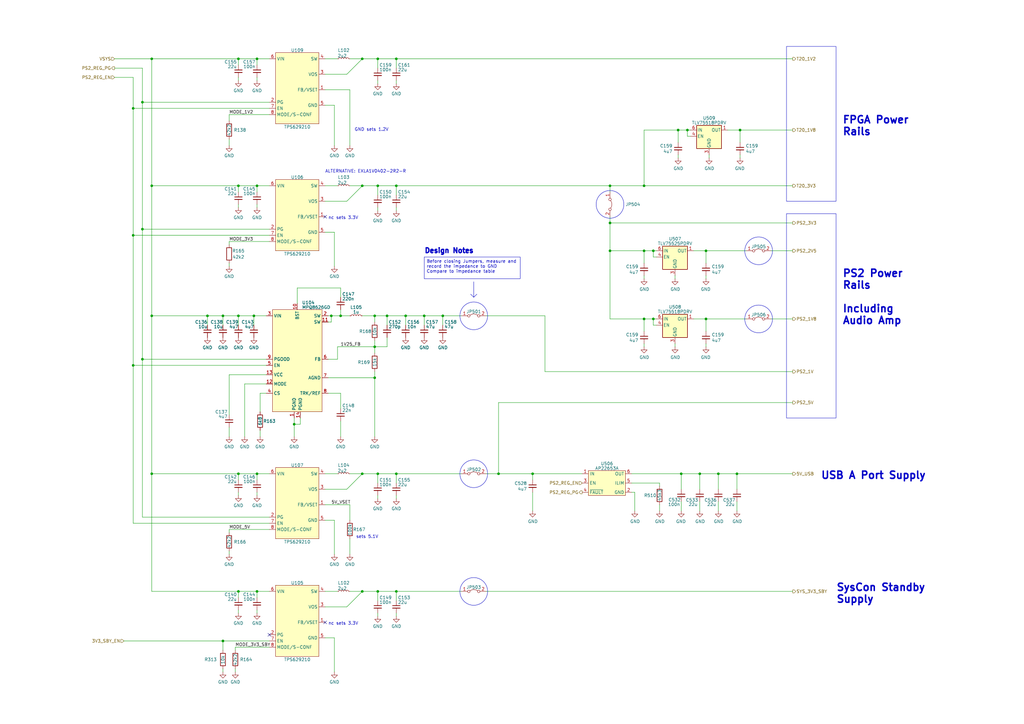
<source format=kicad_sch>
(kicad_sch (version 20230121) (generator eeschema)
  (paper "A3")
  (title_block (title "PS2 Power") (rev "0.3") (comment 5 "-a project by Tschicki"))
  (junction (at 91.44 129.54))
  (junction (at 154.94 242.57))
  (junction (at 97.79 76.2))
  (junction (at 85.09 129.54))
  (junction (at 166.37 129.54))
  (junction (at 279.4 194.31))
  (junction (at 120.65 173.99))
  (junction (at 153.67 154.94))
  (junction (at 154.94 76.2))
  (junction (at 148.59 194.31))
  (junction (at 287.02 194.31))
  (junction (at 158.75 129.54))
  (junction (at 153.67 129.54))
  (junction (at 97.79 194.31))
  (junction (at 148.59 76.2))
  (junction (at 154.94 194.31))
  (junction (at 294.64 194.31))
  (junction (at 264.16 130.81))
  (junction (at 105.41 76.2))
  (junction (at 58.42 147.32))
  (junction (at 303.53 53.34))
  (junction (at 54.61 44.45))
  (junction (at 267.97 130.81))
  (junction (at 62.23 24.13))
  (junction (at 104.14 129.54))
  (junction (at 278.13 53.34))
  (junction (at 135.89 129.54))
  (junction (at 162.56 24.13))
  (junction (at 97.79 242.57))
  (junction (at 162.56 76.2))
  (junction (at 54.61 149.86))
  (junction (at 250.19 76.2))
  (junction (at 148.59 242.57))
  (junction (at 218.44 194.31))
  (junction (at 62.23 129.54))
  (junction (at 54.61 96.52))
  (junction (at 153.67 142.24))
  (junction (at 204.47 194.31))
  (junction (at 281.94 53.34))
  (junction (at 148.59 24.13))
  (junction (at 264.16 102.87))
  (junction (at 162.56 194.31))
  (junction (at 105.41 242.57))
  (junction (at 97.79 24.13))
  (junction (at 264.16 76.2))
  (junction (at 250.19 102.87))
  (junction (at 181.61 129.54))
  (junction (at 250.19 91.44))
  (junction (at 302.26 194.31))
  (junction (at 139.7 129.54))
  (junction (at 105.41 24.13))
  (junction (at 289.56 102.87))
  (junction (at 62.23 76.2))
  (junction (at 105.41 194.31))
  (junction (at 154.94 24.13))
  (junction (at 267.97 102.87))
  (junction (at 289.56 130.81))
  (junction (at 62.23 194.31))
  (junction (at 58.42 41.91))
  (junction (at 91.44 262.89))
  (junction (at 173.99 129.54))
  (junction (at 97.79 129.54))
  (junction (at 162.56 242.57))
  (junction (at 58.42 93.98))
  (no_connect (at 133.35 255.27))
  (no_connect (at 110.49 260.35))
  (no_connect (at 133.35 88.9))
  (wire (pts (xy 303.53 53.34) (xy 303.53 58.42)))
  (wire (pts (xy 158.75 133.35) (xy 158.75 129.54)))
  (wire (pts (xy 276.86 140.97) (xy 276.86 142.24)))
  (wire (pts (xy 218.44 194.31) (xy 238.76 194.31)))
  (wire (pts (xy 154.94 246.38) (xy 154.94 242.57)))
  (wire (pts (xy 259.08 194.31) (xy 279.4 194.31)))
  (wire (pts (xy 250.19 130.81) (xy 264.16 130.81)))
  (wire (pts (xy 50.8 262.89) (xy 91.44 262.89)))
  (wire (pts (xy 91.44 129.54) (xy 91.44 133.35)))
  (wire (pts (xy 162.56 27.94) (xy 162.56 24.13)))
  (wire (pts (xy 267.97 130.81) (xy 264.16 130.81)))
  (wire (pts (xy 62.23 76.2) (xy 62.23 129.54)))
  (wire (pts (xy 148.59 24.13) (xy 154.94 24.13)))
  (wire (pts (xy 133.35 30.48) (xy 142.24 30.48)))
  (wire (pts (xy 278.13 53.34) (xy 264.16 53.34)))
  (wire (pts (xy 137.16 213.36) (xy 137.16 227.33)))
  (wire (pts (xy 154.94 194.31) (xy 162.56 194.31)))
  (wire (pts (xy 316.23 130.81) (xy 325.12 130.81)))
  (wire (pts (xy 54.61 149.86) (xy 54.61 214.63)))
  (wire (pts (xy 139.7 161.29) (xy 134.62 161.29)))
  (wire (pts (xy 97.79 78.74) (xy 97.79 76.2)))
  (wire (pts (xy 97.79 24.13) (xy 105.41 24.13)))
  (wire (pts (xy 154.94 203.2) (xy 154.94 204.47)))
  (wire (pts (xy 154.94 198.12) (xy 154.94 194.31)))
  (wire (pts (xy 148.59 242.57) (xy 154.94 242.57)))
  (wire (pts (xy 54.61 96.52) (xy 110.49 96.52)))
  (wire (pts (xy 137.16 95.25) (xy 137.16 109.22)))
  (wire (pts (xy 123.19 171.45) (xy 123.19 173.99)))
  (wire (pts (xy 298.45 53.34) (xy 303.53 53.34)))
  (wire (pts (xy 264.16 114.3) (xy 264.16 113.03)))
  (wire (pts (xy 105.41 76.2) (xy 110.49 76.2)))
  (wire (pts (xy 58.42 41.91) (xy 58.42 93.98)))
  (wire (pts (xy 133.35 43.18) (xy 137.16 43.18)))
  (wire (pts (xy 62.23 24.13) (xy 97.79 24.13)))
  (wire (pts (xy 133.35 207.01) (xy 143.51 207.01)))
  (wire (pts (xy 250.19 76.2) (xy 264.16 76.2)))
  (wire (pts (xy 250.19 91.44) (xy 250.19 102.87)))
  (wire (pts (xy 267.97 105.41) (xy 267.97 102.87)))
  (wire (pts (xy 54.61 44.45) (xy 54.61 96.52)))
  (wire (pts (xy 93.98 46.99) (xy 110.49 46.99)))
  (wire (pts (xy 93.98 107.95) (xy 93.98 109.22)))
  (wire (pts (xy 158.75 142.24) (xy 153.67 142.24)))
  (wire (pts (xy 294.64 205.74) (xy 294.64 209.55)))
  (wire (pts (xy 154.94 27.94) (xy 154.94 24.13)))
  (wire (pts (xy 287.02 205.74) (xy 287.02 209.55)))
  (wire (pts (xy 93.98 99.06) (xy 93.98 100.33)))
  (wire (pts (xy 289.56 130.81) (xy 289.56 135.89)))
  (wire (pts (xy 93.98 170.18) (xy 93.98 153.67)))
  (wire (pts (xy 143.51 36.83) (xy 133.35 36.83)))
  (wire (pts (xy 269.24 130.81) (xy 267.97 130.81)))
  (wire (pts (xy 97.79 194.31) (xy 105.41 194.31)))
  (wire (pts (xy 162.56 203.2) (xy 162.56 204.47)))
  (wire (pts (xy 138.43 147.32) (xy 138.43 142.24)))
  (wire (pts (xy 54.61 96.52) (xy 54.61 149.86)))
  (wire (pts (xy 46.99 24.13) (xy 62.23 24.13)))
  (wire (pts (xy 281.94 53.34) (xy 278.13 53.34)))
  (wire (pts (xy 290.83 63.5) (xy 290.83 64.77)))
  (wire (pts (xy 287.02 194.31) (xy 287.02 200.66)))
  (wire (pts (xy 154.94 24.13) (xy 162.56 24.13)))
  (wire (pts (xy 223.52 152.4) (xy 223.52 129.54)))
  (wire (pts (xy 97.79 31.75) (xy 97.79 33.02)))
  (wire (pts (xy 105.41 245.11) (xy 105.41 242.57)))
  (wire (pts (xy 133.35 82.55) (xy 142.24 82.55)))
  (wire (pts (xy 250.19 102.87) (xy 264.16 102.87)))
  (wire (pts (xy 105.41 194.31) (xy 110.49 194.31)))
  (wire (pts (xy 148.59 129.54) (xy 153.67 129.54)))
  (wire (pts (xy 120.65 171.45) (xy 120.65 173.99)))
  (wire (pts (xy 173.99 133.35) (xy 173.99 129.54)))
  (wire (pts (xy 93.98 99.06) (xy 110.49 99.06)))
  (wire (pts (xy 106.68 161.29) (xy 109.22 161.29)))
  (wire (pts (xy 302.26 205.74) (xy 302.26 209.55)))
  (wire (pts (xy 46.99 31.75) (xy 54.61 31.75)))
  (wire (pts (xy 283.21 55.88) (xy 281.94 55.88)))
  (wire (pts (xy 138.43 142.24) (xy 153.67 142.24)))
  (wire (pts (xy 106.68 161.29) (xy 106.68 168.91)))
  (wire (pts (xy 104.14 129.54) (xy 104.14 133.35)))
  (wire (pts (xy 58.42 212.09) (xy 110.49 212.09)))
  (wire (pts (xy 58.42 41.91) (xy 110.49 41.91)))
  (wire (pts (xy 250.19 102.87) (xy 250.19 130.81)))
  (wire (pts (xy 153.67 142.24) (xy 153.67 144.78)))
  (wire (pts (xy 154.94 85.09) (xy 154.94 86.36)))
  (wire (pts (xy 269.24 133.35) (xy 267.97 133.35)))
  (wire (pts (xy 93.98 46.99) (xy 93.98 49.53)))
  (wire (pts (xy 303.53 53.34) (xy 325.12 53.34)))
  (wire (pts (xy 316.23 102.87) (xy 325.12 102.87)))
  (wire (pts (xy 139.7 129.54) (xy 143.51 129.54)))
  (wire (pts (xy 97.79 76.2) (xy 105.41 76.2)))
  (wire (pts (xy 278.13 53.34) (xy 278.13 58.42)))
  (wire (pts (xy 162.56 76.2) (xy 250.19 76.2)))
  (wire (pts (xy 54.61 214.63) (xy 110.49 214.63)))
  (wire (pts (xy 139.7 127) (xy 139.7 129.54)))
  (wire (pts (xy 58.42 27.94) (xy 58.42 41.91)))
  (wire (pts (xy 97.79 26.67) (xy 97.79 24.13)))
  (wire (pts (xy 143.51 220.98) (xy 143.51 227.33)))
  (wire (pts (xy 105.41 26.67) (xy 105.41 24.13)))
  (wire (pts (xy 153.67 154.94) (xy 153.67 179.07)))
  (wire (pts (xy 204.47 165.1) (xy 204.47 194.31)))
  (wire (pts (xy 199.39 242.57) (xy 325.12 242.57)))
  (wire (pts (xy 294.64 194.31) (xy 294.64 200.66)))
  (wire (pts (xy 93.98 217.17) (xy 110.49 217.17)))
  (polyline (pts (xy 193.04 120.65) (xy 194.31 121.92)))
  (wire (pts (xy 133.35 76.2) (xy 138.43 76.2)))
  (wire (pts (xy 154.94 33.02) (xy 154.94 34.29)))
  (wire (pts (xy 142.24 82.55) (xy 148.59 76.2)))
  (wire (pts (xy 58.42 147.32) (xy 109.22 147.32)))
  (wire (pts (xy 154.94 242.57) (xy 162.56 242.57)))
  (wire (pts (xy 143.51 194.31) (xy 148.59 194.31)))
  (wire (pts (xy 139.7 172.72) (xy 139.7 179.07)))
  (wire (pts (xy 97.79 129.54) (xy 97.79 133.35)))
  (wire (pts (xy 162.56 251.46) (xy 162.56 252.73)))
  (wire (pts (xy 100.33 157.48) (xy 100.33 179.07)))
  (wire (pts (xy 162.56 242.57) (xy 189.23 242.57)))
  (wire (pts (xy 93.98 175.26) (xy 93.98 179.07)))
  (wire (pts (xy 58.42 147.32) (xy 58.42 212.09)))
  (wire (pts (xy 142.24 200.66) (xy 148.59 194.31)))
  (wire (pts (xy 134.62 132.08) (xy 135.89 132.08)))
  (wire (pts (xy 133.35 24.13) (xy 138.43 24.13)))
  (wire (pts (xy 58.42 93.98) (xy 110.49 93.98)))
  (wire (pts (xy 97.79 250.19) (xy 97.79 251.46)))
  (wire (pts (xy 284.48 130.81) (xy 289.56 130.81)))
  (wire (pts (xy 97.79 245.11) (xy 97.79 242.57)))
  (wire (pts (xy 96.52 265.43) (xy 96.52 266.7)))
  (wire (pts (xy 134.62 147.32) (xy 138.43 147.32)))
  (wire (pts (xy 270.51 198.12) (xy 259.08 198.12)))
  (wire (pts (xy 62.23 24.13) (xy 62.23 76.2)))
  (wire (pts (xy 134.62 154.94) (xy 153.67 154.94)))
  (wire (pts (xy 162.56 33.02) (xy 162.56 34.29)))
  (wire (pts (xy 143.51 76.2) (xy 148.59 76.2)))
  (polyline (pts (xy 194.31 121.92) (xy 195.58 120.65)))
  (wire (pts (xy 264.16 53.34) (xy 264.16 76.2)))
  (wire (pts (xy 93.98 217.17) (xy 93.98 218.44)))
  (wire (pts (xy 223.52 129.54) (xy 199.39 129.54)))
  (wire (pts (xy 133.35 261.62) (xy 137.16 261.62)))
  (wire (pts (xy 259.08 201.93) (xy 260.35 201.93)))
  (wire (pts (xy 218.44 196.85) (xy 218.44 194.31)))
  (wire (pts (xy 62.23 194.31) (xy 62.23 242.57)))
  (wire (pts (xy 85.09 129.54) (xy 91.44 129.54)))
  (wire (pts (xy 91.44 262.89) (xy 91.44 266.7)))
  (wire (pts (xy 302.26 194.31) (xy 302.26 200.66)))
  (wire (pts (xy 105.41 201.93) (xy 105.41 203.2)))
  (wire (pts (xy 123.19 173.99) (xy 120.65 173.99)))
  (wire (pts (xy 289.56 130.81) (xy 306.07 130.81)))
  (wire (pts (xy 143.51 207.01) (xy 143.51 213.36)))
  (wire (pts (xy 62.23 129.54) (xy 62.23 194.31)))
  (wire (pts (xy 54.61 31.75) (xy 54.61 44.45)))
  (wire (pts (xy 133.35 248.92) (xy 142.24 248.92)))
  (wire (pts (xy 93.98 57.15) (xy 93.98 59.69)))
  (wire (pts (xy 91.44 274.32) (xy 91.44 275.59)))
  (wire (pts (xy 269.24 105.41) (xy 267.97 105.41)))
  (wire (pts (xy 105.41 24.13) (xy 110.49 24.13)))
  (wire (pts (xy 278.13 64.77) (xy 278.13 63.5)))
  (wire (pts (xy 104.14 129.54) (xy 109.22 129.54)))
  (wire (pts (xy 289.56 102.87) (xy 289.56 107.95)))
  (wire (pts (xy 287.02 194.31) (xy 294.64 194.31)))
  (wire (pts (xy 162.56 194.31) (xy 189.23 194.31)))
  (wire (pts (xy 97.79 242.57) (xy 105.41 242.57)))
  (wire (pts (xy 302.26 194.31) (xy 325.12 194.31)))
  (wire (pts (xy 289.56 142.24) (xy 289.56 140.97)))
  (wire (pts (xy 204.47 165.1) (xy 325.12 165.1)))
  (wire (pts (xy 97.79 196.85) (xy 97.79 194.31)))
  (wire (pts (xy 85.09 129.54) (xy 85.09 133.35)))
  (wire (pts (xy 62.23 129.54) (xy 85.09 129.54)))
  (wire (pts (xy 264.16 142.24) (xy 264.16 140.97)))
  (wire (pts (xy 96.52 265.43) (xy 110.49 265.43)))
  (wire (pts (xy 91.44 262.89) (xy 110.49 262.89)))
  (wire (pts (xy 250.19 76.2) (xy 250.19 78.74)))
  (wire (pts (xy 162.56 80.01) (xy 162.56 76.2)))
  (wire (pts (xy 181.61 129.54) (xy 189.23 129.54)))
  (wire (pts (xy 91.44 129.54) (xy 97.79 129.54)))
  (wire (pts (xy 120.65 173.99) (xy 120.65 179.07)))
  (wire (pts (xy 154.94 76.2) (xy 162.56 76.2)))
  (wire (pts (xy 279.4 194.31) (xy 287.02 194.31)))
  (wire (pts (xy 153.67 152.4) (xy 153.67 154.94)))
  (wire (pts (xy 139.7 167.64) (xy 139.7 161.29)))
  (wire (pts (xy 166.37 133.35) (xy 166.37 129.54)))
  (wire (pts (xy 173.99 129.54) (xy 181.61 129.54)))
  (wire (pts (xy 162.56 246.38) (xy 162.56 242.57)))
  (wire (pts (xy 264.16 130.81) (xy 264.16 135.89)))
  (wire (pts (xy 106.68 176.53) (xy 106.68 179.07)))
  (wire (pts (xy 154.94 80.01) (xy 154.94 76.2)))
  (wire (pts (xy 143.51 24.13) (xy 148.59 24.13)))
  (wire (pts (xy 264.16 76.2) (xy 325.12 76.2)))
  (wire (pts (xy 153.67 139.7) (xy 153.67 142.24)))
  (wire (pts (xy 279.4 194.31) (xy 279.4 200.66)))
  (wire (pts (xy 62.23 242.57) (xy 97.79 242.57)))
  (wire (pts (xy 62.23 76.2) (xy 97.79 76.2)))
  (wire (pts (xy 264.16 102.87) (xy 264.16 107.95)))
  (wire (pts (xy 162.56 198.12) (xy 162.56 194.31)))
  (wire (pts (xy 105.41 250.19) (xy 105.41 251.46)))
  (wire (pts (xy 97.79 83.82) (xy 97.79 85.09)))
  (wire (pts (xy 142.24 30.48) (xy 148.59 24.13)))
  (wire (pts (xy 267.97 102.87) (xy 264.16 102.87)))
  (wire (pts (xy 143.51 242.57) (xy 148.59 242.57)))
  (wire (pts (xy 166.37 129.54) (xy 158.75 129.54)))
  (wire (pts (xy 133.35 200.66) (xy 142.24 200.66)))
  (wire (pts (xy 270.51 207.01) (xy 270.51 209.55)))
  (wire (pts (xy 303.53 64.77) (xy 303.53 63.5)))
  (wire (pts (xy 148.59 76.2) (xy 154.94 76.2)))
  (wire (pts (xy 143.51 36.83) (xy 143.51 59.69)))
  (wire (pts (xy 181.61 133.35) (xy 181.61 129.54)))
  (wire (pts (xy 142.24 248.92) (xy 148.59 242.57)))
  (wire (pts (xy 135.89 132.08) (xy 135.89 129.54)))
  (wire (pts (xy 133.35 194.31) (xy 138.43 194.31)))
  (wire (pts (xy 162.56 24.13) (xy 325.12 24.13)))
  (wire (pts (xy 204.47 194.31) (xy 218.44 194.31)))
  (wire (pts (xy 93.98 153.67) (xy 109.22 153.67)))
  (wire (pts (xy 294.64 194.31) (xy 302.26 194.31)))
  (wire (pts (xy 204.47 194.31) (xy 199.39 194.31)))
  (wire (pts (xy 260.35 201.93) (xy 260.35 209.55)))
  (wire (pts (xy 270.51 199.39) (xy 270.51 198.12)))
  (wire (pts (xy 97.79 201.93) (xy 97.79 203.2)))
  (wire (pts (xy 100.33 157.48) (xy 109.22 157.48)))
  (wire (pts (xy 97.79 129.54) (xy 104.14 129.54)))
  (wire (pts (xy 105.41 83.82) (xy 105.41 85.09)))
  (wire (pts (xy 218.44 201.93) (xy 218.44 209.55)))
  (wire (pts (xy 54.61 149.86) (xy 109.22 149.86)))
  (wire (pts (xy 153.67 129.54) (xy 158.75 129.54)))
  (wire (pts (xy 93.98 226.06) (xy 93.98 227.33)))
  (wire (pts (xy 137.16 261.62) (xy 137.16 275.59)))
  (wire (pts (xy 284.48 102.87) (xy 289.56 102.87)))
  (wire (pts (xy 134.62 129.54) (xy 135.89 129.54)))
  (polyline (pts (xy 194.31 115.57) (xy 194.31 121.92)))
  (wire (pts (xy 158.75 138.43) (xy 158.75 142.24)))
  (wire (pts (xy 166.37 129.54) (xy 173.99 129.54)))
  (wire (pts (xy 105.41 196.85) (xy 105.41 194.31)))
  (wire (pts (xy 96.52 274.32) (xy 96.52 275.59)))
  (wire (pts (xy 269.24 102.87) (xy 267.97 102.87)))
  (wire (pts (xy 105.41 31.75) (xy 105.41 33.02)))
  (wire (pts (xy 281.94 55.88) (xy 281.94 53.34)))
  (wire (pts (xy 62.23 194.31) (xy 97.79 194.31)))
  (wire (pts (xy 135.89 129.54) (xy 139.7 129.54)))
  (wire (pts (xy 121.92 118.11) (xy 121.92 124.46)))
  (wire (pts (xy 58.42 93.98) (xy 58.42 147.32)))
  (wire (pts (xy 153.67 129.54) (xy 153.67 132.08)))
  (wire (pts (xy 276.86 113.03) (xy 276.86 114.3)))
  (wire (pts (xy 137.16 43.18) (xy 137.16 59.69)))
  (wire (pts (xy 250.19 88.9) (xy 250.19 91.44)))
  (wire (pts (xy 105.41 78.74) (xy 105.41 76.2)))
  (wire (pts (xy 148.59 194.31) (xy 154.94 194.31)))
  (wire (pts (xy 133.35 95.25) (xy 137.16 95.25)))
  (wire (pts (xy 133.35 242.57) (xy 138.43 242.57)))
  (wire (pts (xy 162.56 85.09) (xy 162.56 86.36)))
  (wire (pts (xy 267.97 133.35) (xy 267.97 130.81)))
  (wire (pts (xy 46.99 27.94) (xy 58.42 27.94)))
  (wire (pts (xy 289.56 114.3) (xy 289.56 113.03)))
  (wire (pts (xy 279.4 205.74) (xy 279.4 209.55)))
  (wire (pts (xy 105.41 242.57) (xy 110.49 242.57)))
  (wire (pts (xy 250.19 91.44) (xy 325.12 91.44)))
  (wire (pts (xy 139.7 121.92) (xy 139.7 118.11)))
  (wire (pts (xy 110.49 44.45) (xy 54.61 44.45)))
  (wire (pts (xy 133.35 213.36) (xy 137.16 213.36)))
  (wire (pts (xy 289.56 102.87) (xy 306.07 102.87)))
  (wire (pts (xy 121.92 118.11) (xy 139.7 118.11)))
  (wire (pts (xy 283.21 53.34) (xy 281.94 53.34)))
  (wire (pts (xy 223.52 152.4) (xy 325.12 152.4)))
  (wire (pts (xy 154.94 251.46) (xy 154.94 252.73)))
  (rectangle (start 322.58 19.05) (end 342.9 82.55))
  (circle (center 194.31 242.57) (radius 5.6796))
  (circle (center 311.15 130.81) (radius 5.6796))
  (circle (center 311.15 102.87) (radius 5.6796))
  (rectangle (start 322.58 87.63) (end 342.9 171.45))
  (circle (center 194.31 129.54) (radius 5.6796))
  (circle (center 250.19 83.82) (radius 5.6796))
  (circle (center 194.31 194.31) (radius 5.6796))
  (text_box "Before closing Jumpers, measure and record the impedance to GND\nCompare to impedance table" (at 173.99 105.41 0) (size 39.37 8.89) (effects (font (size 1.27 1.27)) (justify left top)))
  (text "GND sets 1.2V" (at 145.415 53.975 0) (effects (font (size 1.27 1.27)) (justify left bottom)))
  (text "PS2 Power \nRails\n\nIncluding \nAudio Amp" (at 345.44 133.35 0) (effects (font (size 3 3) (thickness 0.6) bold) (justify left bottom)))
  (text "Design Notes" (at 173.99 104.14 0) (effects (font (size 2 2) (thickness 1) bold) (justify left bottom)))
  (text "ALTERNATIVE: EXLA1V0402-2R2-R" (at 133.35 71.12 0) (effects (font (size 1.27 1.27)) (justify left bottom)))
  (text "FPGA Power \nRails" (at 345.44 55.88 0) (effects (font (size 3 3) (thickness 0.6) bold) (justify left bottom)))
  (text "SysCon Standby \nSupply" (at 342.9 247.65 0) (effects (font (size 3 3) (thickness 0.6) bold) (justify left bottom)))
  (text "sets 5.1V" (at 146.05 220.98 0) (effects (font (size 1.27 1.27)) (justify left bottom)))
  (text "nc sets 3.3V" (at 134.62 90.17 0) (effects (font (size 1.27 1.27)) (justify left bottom)))
  (text "USB A Port Supply" (at 336.55 196.85 0) (effects (font (size 3 3) (thickness 0.6) bold) (justify left bottom)))
  (text "nc sets 3.3V" (at 134.62 256.54 0) (effects (font (size 1.27 1.27)) (justify left bottom)))
  (label "MODE_3V3" (at 93.98 99.06 0))
  (label "1V25_FB" (at 139.7 142.24 0))
  (label "MODE_3V3_SBY" (at 96.52 265.43 0))
  (label "MODE_5V" (at 93.98 217.17 0))
  (label "MODE_1V2" (at 93.98 46.99 0))
  (label "5V_VSET" (at 135.89 207.01 0))
  (hierarchical_label "5V_USB" (shape output) (at 325.12 194.31 0))
  (hierarchical_label "T20_1V2" (shape output) (at 325.12 24.13 0))
  (hierarchical_label "SYS_3V3_SBY" (shape output) (at 325.12 242.57 0))
  (hierarchical_label "PS2_REG_EN" (shape input) (at 238.76 198.12 180))
  (hierarchical_label "PS2_REG_EN" (shape input) (at 46.99 31.75 180))
  (hierarchical_label "PS2_3V3" (shape output) (at 325.12 91.44 0))
  (hierarchical_label "PS2_REG_PG" (shape output) (at 46.99 27.94 180))
  (hierarchical_label "3V3_SBY_EN" (shape input) (at 50.8 262.89 180))
  (hierarchical_label "PS2_1V" (shape output) (at 325.12 152.4 0))
  (hierarchical_label "PS2_5V" (shape output) (at 325.12 165.1 0))
  (hierarchical_label "T20_3V3" (shape output) (at 325.12 76.2 0))
  (hierarchical_label "PS2_REG_PG" (shape output) (at 238.76 201.93 180))
  (hierarchical_label "T20_1V8" (shape output) (at 325.12 53.34 0))
  (hierarchical_label "PS2_2V5" (shape output) (at 325.12 102.87 0))
  (hierarchical_label "VSYS" (shape input) (at 46.99 24.13 180))
  (hierarchical_label "PS2_1V8" (shape output) (at 325.12 130.81 0))
  (symbol (lib_id "Regulator_Linear:TLV75518PDRV") (at 276.86 133.35 0) (unit 1)
    (property "Reference" "U508" (at 276.86 125.8951 0))
    (property "Value" "TLV75518PDRV" (at 276.86 127.8161 0))
    (property "Footprint" "PS2:WSON-6-1EP_2x2mm_P0.65mm_EP1x1.6mm" (effects hide))
    (property "Datasheet" "http://www.ti.com/lit/ds/symlink/tlv755p.pdf" (effects hide))
    (property "Part Number" "TLV75518PDRV" (effects hide))
  )
  (symbol (lib_id "PS2_Capacitors:C_47u_0805") (at 173.99 135.89 0) (unit 1)
    (property "Reference" "C157" (at 174.625 132.08 0) (effects (justify left)))
    (property "Value" "47u" (at 174.625 133.985 0) (effects (justify left)))
    (property "Footprint" "PS2:C_0805_2012Metric" (effects hide))
    (property "Datasheet" "https://mm.digikey.com/Volume0/opasdata/d220001/medias/docus/5612/CL21A476MQYNNNG.pdf" (effects hide))
    (property "Part Number" "CL21A476MQYNNNG" (effects hide))
    (instances (project "PS2_Power_Management_02" (path "" (reference "C157") (unit 1))) (project "PS2_Power_Eval" (path "" (reference "C116") (unit 1))) (project "PS2_79004_Rev_0_4" (path "" (reference "C526") (unit 1))))
  )
  (symbol (lib_id "power:GND") (at 91.44 138.43 0) (unit 1)
    (property "Reference" "#PWR0173" (effects hide))
    (property "Value" "GND" (at 91.44 142.5655 0))
    (instances (project "PS2_Power_Management_02" (path "" (reference "#PWR0173") (unit 1))) (project "PS2_Power_Eval" (path "" (reference "#PWR0103") (unit 1))) (project "PS2_79004_Rev_0_4" (path "" (reference "#PWR0502") (unit 1))))
  )
  (symbol (lib_id "power:GND") (at 154.94 204.47 0) (mirror y) (unit 1)
    (property "Reference" "#PWR0195" (effects hide))
    (property "Value" "GND" (at 154.94 208.6055 0))
    (instances (project "PS2_Power_Management_02" (path "" (reference "#PWR0195") (unit 1))) (project "PS2_Power_Eval" (path "" (reference "#PWR0174") (unit 1))) (project "PS2_79004_Rev_0_4" (path "" (reference "#PWR0532") (unit 1))))
  )
  (symbol (lib_id "power:GND") (at 96.52 275.59 0) (unit 1)
    (property "Reference" "#PWR0185" (effects hide))
    (property "Value" "GND" (at 96.52 279.7255 0))
    (instances (project "PS2_Power_Management_02" (path "" (reference "#PWR0185") (unit 1))) (project "PS2_Power_Eval" (path "" (reference "#PWR0143") (unit 1))) (project "PS2_79004_Rev_0_4" (path "" (reference "#PWR0508") (unit 1))))
  )
  (symbol (lib_id "PS2:TPS629210") (at 121.92 34.29 0) (unit 1)
    (property "Reference" "U109" (at 121.92 20.6281 0))
    (property "Value" "TPS629210" (at 121.92 52.07 0))
    (property "Footprint" "PS2:SOT-583" (effects hide))
    (property "Datasheet" "https://www.ti.com/lit/ds/symlink/tps629210.pdf?ts=1677651414773&ref_url=https%253A%252F%252Fwww.ti.com%252Fproduct%252FTPS629210" (effects hide))
    (property "Part Number" "TPS629210DRLR" (effects hide))
    (instances (project "Trion_T20_Devboard_02" (path "" (reference "U109") (unit 1)) (path "" (reference "U201") (unit 1))) (project "PS2_Power_Management_02" (path "" (reference "U106") (unit 1))) (project "PS2_Power_Eval" (path "" (reference "U103") (unit 1))) (project "PS2_79004_Rev_0_4" (path "" (reference "U502") (unit 1))))
  )
  (symbol (lib_id "PS2_Capacitors:C_100n_0402") (at 105.41 247.65 0) (mirror y) (unit 1)
    (property "Reference" "C144" (at 104.775 243.84 0) (effects (justify left)))
    (property "Value" "100n" (at 104.775 245.745 0) (effects (justify left)))
    (property "Footprint" "PS2:C_0402_1005Metric" (effects hide))
    (property "Datasheet" "https://www.mouser.at/datasheet/2/447/UPY_NP0X5R_01005_4V_to_25V_V10-3003057.pdf" (effects hide))
    (property "Part Number" "CC0402KRX7R7BB104" (effects hide))
    (instances (project "PS2_Power_Management_02" (path "" (reference "C144") (unit 1))) (project "PS2_Power_Eval" (path "" (reference "C102") (unit 1))) (project "PS2_79004_Rev_0_4" (path "" (reference "C513") (unit 1))))
  )
  (symbol (lib_id "power:GND") (at 162.56 34.29 0) (unit 1)
    (property "Reference" "#PWR0237" (effects hide))
    (property "Value" "GND" (at 162.56 38.4255 0))
    (instances (project "Trion_T20_Devboard_02" (path "" (reference "#PWR0237") (unit 1)) (path "" (reference "#PWR0210") (unit 1))) (project "PS2_Power_Management_02" (path "" (reference "#PWR0200") (unit 1))) (project "PS2_Power_Eval" (path "" (reference "#PWR0146") (unit 1))) (project "PS2_79004_Rev_0_4" (path "" (reference "#PWR0534") (unit 1))))
  )
  (symbol (lib_id "power:GND") (at 97.79 251.46 0) (unit 1)
    (property "Reference" "#PWR0176" (effects hide))
    (property "Value" "GND" (at 97.79 255.5955 0))
    (instances (project "PS2_Power_Management_02" (path "" (reference "#PWR0176") (unit 1))) (project "PS2_Power_Eval" (path "" (reference "#PWR0138") (unit 1))) (project "PS2_79004_Rev_0_4" (path "" (reference "#PWR0513") (unit 1))))
  )
  (symbol (lib_id "Jumper:Jumper_2_Bridged") (at 311.15 130.81 0) (unit 1) (in_bom no)
    (property "Reference" "JP506" (at 311.15 129.0861 0))
    (property "Value" "Jumper_2_Bridged" (effects hide))
    (property "Footprint" "Jumper:SolderJumper-2_P1.3mm_Open_RoundedPad1.0x1.5mm" (effects hide))
  )
  (symbol (lib_id "power:GND") (at 97.79 203.2 0) (unit 1)
    (property "Reference" "#PWR0178" (effects hide))
    (property "Value" "GND" (at 97.79 207.3355 0))
    (instances (project "PS2_Power_Management_02" (path "" (reference "#PWR0178") (unit 1))) (project "PS2_Power_Eval" (path "" (reference "#PWR0129") (unit 1))) (project "PS2_79004_Rev_0_4" (path "" (reference "#PWR0512") (unit 1))))
  )
  (symbol (lib_id "PS2_Capacitors:C_47u_0805") (at 181.61 135.89 0) (unit 1)
    (property "Reference" "C158" (at 182.245 132.08 0) (effects (justify left)))
    (property "Value" "47u" (at 182.245 133.985 0) (effects (justify left)))
    (property "Footprint" "PS2:C_0805_2012Metric" (effects hide))
    (property "Datasheet" "https://mm.digikey.com/Volume0/opasdata/d220001/medias/docus/5612/CL21A476MQYNNNG.pdf" (effects hide))
    (property "Part Number" "CL21A476MQYNNNG" (effects hide))
    (instances (project "PS2_Power_Management_02" (path "" (reference "C158") (unit 1))) (project "PS2_Power_Eval" (path "" (reference "C117") (unit 1))) (project "PS2_79004_Rev_0_4" (path "" (reference "C527") (unit 1))))
  )
  (symbol (lib_id "power:GND") (at 85.09 138.43 0) (unit 1)
    (property "Reference" "#PWR0171" (effects hide))
    (property "Value" "GND" (at 85.09 142.5655 0))
    (instances (project "PS2_Power_Management_02" (path "" (reference "#PWR0171") (unit 1))) (project "PS2_Power_Eval" (path "" (reference "#PWR0102") (unit 1))) (project "PS2_79004_Rev_0_4" (path "" (reference "#PWR0501") (unit 1))))
  )
  (symbol (lib_id "power:GND") (at 162.56 252.73 0) (unit 1)
    (property "Reference" "#PWR0199" (effects hide))
    (property "Value" "GND" (at 162.56 256.8655 0))
    (instances (project "PS2_Power_Management_02" (path "" (reference "#PWR0199") (unit 1))) (project "PS2_Power_Eval" (path "" (reference "#PWR0146") (unit 1))) (project "PS2_79004_Rev_0_4" (path "" (reference "#PWR0537") (unit 1))))
  )
  (symbol (lib_id "PS2_Capacitors:C_4u7_0603") (at 289.56 138.43 0) (unit 1)
    (property "Reference" "C159" (at 291.8842 137.2806 0) (effects (justify left)))
    (property "Value" "4u7" (at 291.8842 139.5793 0) (effects (justify left)))
    (property "Footprint" "PS2:C_0603_1608Metric" (effects hide))
    (property "Part Number" "CL10A475KO8NNNC" (effects hide))
    (instances (project "PS2_Power_Management_02" (path "" (reference "C159") (unit 1))) (project "PS2_Power_Eval" (path "" (reference "C141") (unit 1))) (project "PS2_79004_Rev_0_4" (path "" (reference "C535") (unit 1))))
  )
  (symbol (lib_id "PS2_Capacitors:C_22u_0805") (at 97.79 199.39 0) (mirror y) (unit 1)
    (property "Reference" "C142" (at 97.155 195.58 0) (effects (justify left)))
    (property "Value" "22u" (at 97.155 197.485 0) (effects (justify left)))
    (property "Footprint" "PS2:C_0805_2012Metric" (effects hide))
    (property "Part Number" "GRM21BR61A226ME44L" (effects hide))
    (instances (project "PS2_Power_Management_02" (path "" (reference "C142") (unit 1))) (project "PS2_Power_Eval" (path "" (reference "C118") (unit 1))) (project "PS2_79004_Rev_0_4" (path "" (reference "C507") (unit 1))))
  )
  (symbol (lib_id "PS2_Resistors:R_45k3_0402") (at 270.51 203.2 0) (unit 1)
    (property "Reference" "R510" (at 269.24 203.2 0) (effects (justify right)))
    (property "Value" "45k3" (at 270.51 200.66 90) (effects (justify right)))
    (property "Footprint" "PS2:R_0402_1005Metric" (effects hide))
    (property "Part Number" "RC0402FR-0745K3L" (effects hide))
  )
  (symbol (lib_id "power:GND") (at 270.51 209.55 0) (unit 1)
    (property "Reference" "#PWR0545" (effects hide))
    (property "Value" "GND" (at 270.6243 213.8744 0))
  )
  (symbol (lib_id "power:GND") (at 106.68 179.07 0) (unit 1)
    (property "Reference" "#PWR0180" (effects hide))
    (property "Value" "GND" (at 106.68 183.2055 0))
    (instances (project "PS2_Power_Management_02" (path "" (reference "#PWR0180") (unit 1))) (project "PS2_Power_Eval" (path "" (reference "#PWR0122") (unit 1))) (project "PS2_79004_Rev_0_4" (path "" (reference "#PWR0520") (unit 1))))
  )
  (symbol (lib_id "PS2_Capacitors:C_22u_0805") (at 97.79 247.65 0) (mirror y) (unit 1)
    (property "Reference" "C140" (at 97.155 243.84 0) (effects (justify left)))
    (property "Value" "22u" (at 97.155 245.745 0) (effects (justify left)))
    (property "Footprint" "PS2:C_0805_2012Metric" (effects hide))
    (property "Part Number" "GRM21BR61A226ME44L" (effects hide))
    (instances (project "PS2_Power_Management_02" (path "" (reference "C140") (unit 1))) (project "PS2_Power_Eval" (path "" (reference "C123") (unit 1))) (project "PS2_79004_Rev_0_4" (path "" (reference "C508") (unit 1))))
  )
  (symbol (lib_id "power:GND") (at 105.41 203.2 0) (unit 1)
    (property "Reference" "#PWR0183" (effects hide))
    (property "Value" "GND" (at 105.41 207.3355 0))
    (instances (project "PS2_Power_Management_02" (path "" (reference "#PWR0183") (unit 1))) (project "PS2_Power_Eval" (path "" (reference "#PWR0171") (unit 1))) (project "PS2_79004_Rev_0_4" (path "" (reference "#PWR0518") (unit 1))))
  )
  (symbol (lib_id "power:GND") (at 120.65 179.07 0) (unit 1)
    (property "Reference" "#PWR0184" (effects hide))
    (property "Value" "GND" (at 120.65 183.2055 0))
    (instances (project "PS2_Power_Management_02" (path "" (reference "#PWR0184") (unit 1))) (project "PS2_Power_Eval" (path "" (reference "#PWR0123") (unit 1))) (project "PS2_79004_Rev_0_4" (path "" (reference "#PWR0521") (unit 1))))
  )
  (symbol (lib_id "PS2_Capacitors:C_22u_0805") (at 302.26 203.2 0) (mirror y) (unit 1)
    (property "Reference" "C537" (at 301.625 205.105 0) (effects (justify left)))
    (property "Value" "22u" (at 301.371 206.883 0) (effects (justify left)))
    (property "Footprint" "PS2:C_0805_2012Metric" (effects hide))
    (property "Part Number" "GRM21BR61A226ME44L" (effects hide))
  )
  (symbol (lib_id "PS2_Capacitors:C_22u_0805") (at 162.56 30.48 0) (unit 1)
    (property "Reference" "C161" (at 163.195 26.67 0) (effects (justify left)))
    (property "Value" "22u" (at 163.195 28.575 0) (effects (justify left)))
    (property "Footprint" "PS2:C_0805_2012Metric" (effects hide))
    (property "Datasheet" "https://www.mouser.at/datasheet/2/281/1/GRM21BR61A226ME44_01A-1986880.pdf" (effects hide))
    (property "Part Number" "GRM21BR61A226ME44L" (effects hide))
    (instances (project "Trion_T20_Devboard_02" (path "" (reference "C161") (unit 1)) (path "" (reference "C205") (unit 1))) (project "PS2_Power_Management_02" (path "" (reference "C154") (unit 1))) (project "PS2_Power_Eval" (path "" (reference "C127") (unit 1))) (project "PS2_79004_Rev_0_4" (path "" (reference "C521") (unit 1))))
  )
  (symbol (lib_id "power:GND") (at 97.79 85.09 0) (unit 1)
    (property "Reference" "#PWR0177" (effects hide))
    (property "Value" "GND" (at 97.79 89.2255 0))
    (instances (project "PS2_Power_Management_02" (path "" (reference "#PWR0177") (unit 1))) (project "PS2_Power_Eval" (path "" (reference "#PWR0138") (unit 1))) (project "PS2_79004_Rev_0_4" (path "" (reference "#PWR0510") (unit 1))))
  )
  (symbol (lib_id "PS2_Inductors:EXLA1V0402 2.2uH 6A") (at 140.97 76.2 90) (unit 1)
    (property "Reference" "L103" (at 140.97 72.6847 90))
    (property "Value" "2u2" (at 142.24 74.93 90) (effects (justify left)))
    (property "Footprint" "PS2:L_Coilcraft_XGL4020" (effects hide))
    (property "Datasheet" "https://www.eaton.com/content/dam/eaton/products/electronic-components/resources/data-sheet/eaton-exla1v04-automotive-high-current-molded-inductor-data-sheet-elx1219-en.pdf" (effects hide))
    (property "Part Number" "EXLA1V0402-2R2-R" (effects hide))
    (instances (project "PS2_Power_Management_02" (path "" (reference "L103") (unit 1))) (project "PS2_Power_Eval" (path "" (reference "L103") (unit 1))) (project "PS2_79004_Rev_0_4" (path "" (reference "L502") (unit 1))))
  )
  (symbol (lib_id "PS2_Inductors:EXLA1V0402 2.2uH 6A") (at 140.97 194.31 90) (unit 1)
    (property "Reference" "L104" (at 140.97 190.7947 90))
    (property "Value" "2u2" (at 142.24 193.04 90) (effects (justify left)))
    (property "Footprint" "PS2:L_Coilcraft_XGL4020" (effects hide))
    (property "Datasheet" "https://www.eaton.com/content/dam/eaton/products/electronic-components/resources/data-sheet/eaton-exla1v04-automotive-high-current-molded-inductor-data-sheet-elx1219-en.pdf" (effects hide))
    (property "Part Number" "EXLA1V0402-2R2-R" (effects hide))
    (instances (project "PS2_Power_Management_02" (path "" (reference "L104") (unit 1))) (project "PS2_Power_Eval" (path "" (reference "L102") (unit 1))) (project "PS2_79004_Rev_0_4" (path "" (reference "L503") (unit 1))))
  )
  (symbol (lib_id "power:GND") (at 105.41 33.02 0) (unit 1)
    (property "Reference" "#PWR0200" (effects hide))
    (property "Value" "GND" (at 105.41 37.1555 0))
    (instances (project "Trion_T20_Devboard_02" (path "" (reference "#PWR0200") (unit 1)) (path "" (reference "#PWR0204") (unit 1))) (project "PS2_Power_Management_02" (path "" (reference "#PWR0182") (unit 1))) (project "PS2_Power_Eval" (path "" (reference "#PWR0172") (unit 1))) (project "PS2_79004_Rev_0_4" (path "" (reference "#PWR0516") (unit 1))))
  )
  (symbol (lib_id "PS2_Capacitors:C_22u_0805") (at 162.56 248.92 0) (unit 1)
    (property "Reference" "C153" (at 163.195 245.11 0) (effects (justify left)))
    (property "Value" "22u" (at 163.195 247.015 0) (effects (justify left)))
    (property "Footprint" "PS2:C_0805_2012Metric" (effects hide))
    (property "Part Number" "GRM21BR61A226ME44L" (effects hide))
    (instances (project "PS2_Power_Management_02" (path "" (reference "C153") (unit 1))) (project "PS2_Power_Eval" (path "" (reference "C127") (unit 1))) (project "PS2_79004_Rev_0_4" (path "" (reference "C524") (unit 1))))
  )
  (symbol (lib_id "power:GND") (at 218.44 209.55 0) (unit 1)
    (property "Reference" "#PWR0541" (effects hide))
    (property "Value" "GND" (at 218.5543 213.8744 0))
  )
  (symbol (lib_id "PS2_Capacitors:C_4u7_0603") (at 264.16 138.43 0) (mirror y) (unit 1)
    (property "Reference" "C159" (at 261.8358 137.2806 0) (effects (justify left)))
    (property "Value" "4u7" (at 261.8358 139.5793 0) (effects (justify left)))
    (property "Footprint" "PS2:C_0603_1608Metric" (effects hide))
    (property "Part Number" "CL10A475KO8NNNC" (effects hide))
    (instances (project "PS2_Power_Management_02" (path "" (reference "C159") (unit 1))) (project "PS2_Power_Eval" (path "" (reference "C141") (unit 1))) (project "PS2_79004_Rev_0_4" (path "" (reference "C530") (unit 1))))
  )
  (symbol (lib_id "power:GND") (at 93.98 179.07 0) (unit 1)
    (property "Reference" "#PWR0172" (effects hide))
    (property "Value" "GND" (at 93.98 183.2055 0))
    (instances (project "PS2_Power_Management_02" (path "" (reference "#PWR0172") (unit 1))) (project "PS2_Power_Eval" (path "" (reference "#PWR0105") (unit 1))) (project "PS2_79004_Rev_0_4" (path "" (reference "#PWR0506") (unit 1))))
  )
  (symbol (lib_id "power:GND") (at 97.79 138.43 0) (unit 1)
    (property "Reference" "#PWR0175" (effects hide))
    (property "Value" "GND" (at 97.79 142.5655 0))
    (instances (project "PS2_Power_Management_02" (path "" (reference "#PWR0175") (unit 1))) (project "PS2_Power_Eval" (path "" (reference "#PWR0104") (unit 1))) (project "PS2_79004_Rev_0_4" (path "" (reference "#PWR0511") (unit 1))))
  )
  (symbol (lib_id "power:GND") (at 303.53 64.77 0) (mirror y) (unit 1)
    (property "Reference" "#PWR0207" (effects hide))
    (property "Value" "GND" (at 303.4157 69.0944 0))
    (instances (project "PS2_Power_Management_02" (path "" (reference "#PWR0207") (unit 1))) (project "PS2_Power_Eval" (path "" (reference "#PWR0168") (unit 1))) (project "PS2_79004_Rev_0_4" (path "" (reference "#PWR0556") (unit 1))))
  )
  (symbol (lib_id "PS2_Inductors:EXLA1V0402 2.2uH 6A") (at 140.97 242.57 90) (unit 1)
    (property "Reference" "L102" (at 140.97 239.0547 90))
    (property "Value" "2u2" (at 142.24 241.3 90) (effects (justify left)))
    (property "Footprint" "PS2:L_Coilcraft_XGL4020" (effects hide))
    (property "Datasheet" "https://www.eaton.com/content/dam/eaton/products/electronic-components/resources/data-sheet/eaton-exla1v04-automotive-high-current-molded-inductor-data-sheet-elx1219-en.pdf" (effects hide))
    (property "Part Number" "EXLA1V0402-2R2-R" (effects hide))
    (instances (project "PS2_Power_Management_02" (path "" (reference "L102") (unit 1))) (project "PS2_Power_Eval" (path "" (reference "L103") (unit 1))) (project "PS2_79004_Rev_0_4" (path "" (reference "L504") (unit 1))))
  )
  (symbol (lib_id "PS2_Capacitors:C_100n_0402") (at 154.94 200.66 0) (unit 1)
    (property "Reference" "C151" (at 155.575 196.85 0) (effects (justify left)))
    (property "Value" "100n" (at 155.575 198.755 0) (effects (justify left)))
    (property "Footprint" "PS2:C_0402_1005Metric" (effects hide))
    (property "Datasheet" "https://www.mouser.at/datasheet/2/447/UPY_NP0X5R_01005_4V_to_25V_V10-3003057.pdf" (effects hide))
    (property "Part Number" "CC0402KRX7R7BB104" (effects hide))
    (instances (project "PS2_Power_Management_02" (path "" (reference "C151") (unit 1))) (project "PS2_Power_Eval" (path "" (reference "C104") (unit 1))) (project "PS2_79004_Rev_0_4" (path "" (reference "C518") (unit 1))))
  )
  (symbol (lib_id "PS2_Capacitors:C_22u_0805") (at 97.79 29.21 0) (mirror y) (unit 1)
    (property "Reference" "C155" (at 97.155 25.4 0) (effects (justify left)))
    (property "Value" "22u" (at 97.155 27.305 0) (effects (justify left)))
    (property "Footprint" "PS2:C_0805_2012Metric" (effects hide))
    (property "Datasheet" "https://www.mouser.at/datasheet/2/281/1/GRM21BR61A226ME44_01A-1986880.pdf" (effects hide))
    (property "Part Number" "GRM21BR61A226ME44L" (effects hide))
    (instances (project "Trion_T20_Devboard_02" (path "" (reference "C155") (unit 1)) (path "" (reference "C201") (unit 1))) (project "PS2_Power_Management_02" (path "" (reference "C141") (unit 1))) (project "PS2_Power_Eval" (path "" (reference "C123") (unit 1))) (project "PS2_79004_Rev_0_4" (path "" (reference "C504") (unit 1))))
  )
  (symbol (lib_id "power:GND") (at 287.02 209.55 0) (unit 1)
    (property "Reference" "#PWR0550" (effects hide))
    (property "Value" "GND" (at 287.1343 213.8744 0))
  )
  (symbol (lib_id "power:GND") (at 302.26 209.55 0) (unit 1)
    (property "Reference" "#PWR0555" (effects hide))
    (property "Value" "GND" (at 302.3743 213.8744 0))
  )
  (symbol (lib_id "PS2_Capacitors:C_4u7_0603") (at 289.56 110.49 0) (unit 1)
    (property "Reference" "C159" (at 291.8842 109.3406 0) (effects (justify left)))
    (property "Value" "4u7" (at 291.8842 111.6393 0) (effects (justify left)))
    (property "Footprint" "PS2:C_0603_1608Metric" (effects hide))
    (property "Part Number" "CL10A475KO8NNNC" (effects hide))
    (instances (project "PS2_Power_Management_02" (path "" (reference "C159") (unit 1))) (project "PS2_Power_Eval" (path "" (reference "C141") (unit 1))) (project "PS2_79004_Rev_0_4" (path "" (reference "C534") (unit 1))))
  )
  (symbol (lib_id "power:GND") (at 289.56 114.3 0) (mirror y) (unit 1)
    (property "Reference" "#PWR0207" (effects hide))
    (property "Value" "GND" (at 289.4457 118.6244 0))
    (instances (project "PS2_Power_Management_02" (path "" (reference "#PWR0207") (unit 1))) (project "PS2_Power_Eval" (path "" (reference "#PWR0168") (unit 1))) (project "PS2_79004_Rev_0_4" (path "" (reference "#PWR0551") (unit 1))))
  )
  (symbol (lib_id "PS2_Inductors:SPM5030T 1uH 10.1A") (at 146.05 129.54 90) (unit 1)
    (property "Reference" "L105" (at 146.05 126.0247 90))
    (property "Value" "1u" (at 146.05 127.9457 90))
    (property "Footprint" "PS2:SPM5030T-1R0M" (effects hide))
    (property "Datasheet" "https://product.tdk.com/en/system/files?file=dam/doc/product/inductor/inductor/smd/catalog/inductor_commercial_power_spm5030_en.pdf" (effects hide))
    (property "Part Number" "SPM5030T-1R0M" (effects hide))
    (instances (project "PS2_Power_Management_02" (path "" (reference "L105") (unit 1))) (project "PS2_Power_Eval" (path "" (reference "L101") (unit 1))) (project "PS2_79004_Rev_0_4" (path "" (reference "L505") (unit 1))))
  )
  (symbol (lib_id "Jumper:Jumper_2_Bridged") (at 194.31 129.54 0) (unit 1) (in_bom no)
    (property "Reference" "JP501" (at 194.31 127.8161 0))
    (property "Value" "Jumper_2_Bridged" (effects hide))
    (property "Footprint" "Jumper:SolderJumper-2_P1.3mm_Open_RoundedPad1.0x1.5mm" (effects hide))
  )
  (symbol (lib_id "PS2_Capacitors:C_270p_0402") (at 158.75 135.89 0) (unit 1)
    (property "Reference" "C152" (at 159.385 132.08 0) (effects (justify left)))
    (property "Value" "270p" (at 159.385 133.985 0) (effects (justify left)))
    (property "Footprint" "PS2:C_0402_1005Metric" (effects hide))
    (property "Part Number" "GRM155R71H271KA01D" (effects hide))
    (instances (project "PS2_Power_Management_02" (path "" (reference "C152") (unit 1))) (project "PS2_Power_Eval" (path "" (reference "C114") (unit 1))) (project "PS2_79004_Rev_0_4" (path "" (reference "C520") (unit 1))))
  )
  (symbol (lib_id "PS2:MPQ8626GD") (at 111.76 133.35 0) (unit 1)
    (property "Reference" "U104" (at 123.8759 124.1171 0) (effects (justify left)))
    (property "Value" "MPQ8626GD" (at 123.8759 126.0381 0) (effects (justify left)))
    (property "Footprint" "PS2:MPQ8626GD-Z" (effects hide))
    (property "Datasheet" "https://www.monolithicpower.com/en/documentview/productdocument/index/version/2/document_type/Datasheet/lang/en/sku/MPQ8626GD-Z/document_id/4379/" (effects hide))
    (property "Part Number" "MPQ8626GD-Z" (effects hide))
    (instances (project "PS2_Power_Management_02" (path "" (reference "U104") (unit 1))) (project "PS2_Power_Eval" (path "" (reference "U101") (unit 1))) (project "PS2_79004_Rev_0_4" (path "" (reference "U501") (unit 1))))
  )
  (symbol (lib_id "PS2_Capacitors:C_4u7_0603") (at 104.14 135.89 0) (mirror y) (unit 1)
    (property "Reference" "C143" (at 104.14 132.08 0) (effects (justify left)))
    (property "Value" "4u7" (at 104.14 133.985 0) (effects (justify left)))
    (property "Footprint" "PS2:C_0603_1608Metric" (effects hide))
    (property "Part Number" "CL10A475KO8NNNC" (effects hide))
    (instances (project "PS2_Power_Management_02" (path "" (reference "C143") (unit 1))) (project "PS2_Power_Eval" (path "" (reference "C111") (unit 1))) (project "PS2_79004_Rev_0_4" (path "" (reference "C509") (unit 1))))
  )
  (symbol (lib_id "PS2_Resistors:R_15k_0402") (at 153.67 148.59 180) (unit 1)
    (property "Reference" "R169" (at 149.225 148.59 0))
    (property "Value" "15k" (at 153.67 148.59 90))
    (property "Footprint" "PS2:R_0402_1005Metric" (effects hide))
    (property "Part Number" "ERJ-2RKF1502X" (effects hide))
    (instances (project "PS2_Power_Management_02" (path "" (reference "R169") (unit 1))) (project "PS2_79004_Rev_0_4" (path "" (reference "R509") (unit 1))))
  )
  (symbol (lib_id "PS2:TPS629210") (at 121.92 204.47 0) (unit 1)
    (property "Reference" "U107" (at 121.92 190.8081 0))
    (property "Value" "TPS629210" (at 121.92 222.25 0))
    (property "Footprint" "PS2:SOT-583" (effects hide))
    (property "Datasheet" "https://www.ti.com/lit/ds/symlink/tps629210.pdf?ts=1677651414773&ref_url=https%253A%252F%252Fwww.ti.com%252Fproduct%252FTPS629210" (effects hide))
    (property "Part Number" "TPS629210DRLR" (effects hide))
    (instances (project "PS2_Power_Management_02" (path "" (reference "U107") (unit 1))) (project "PS2_Power_Eval" (path "" (reference "U102") (unit 1))) (project "PS2_79004_Rev_0_4" (path "" (reference "U504") (unit 1))))
  )
  (symbol (lib_id "power:GND") (at 173.99 138.43 0) (unit 1)
    (property "Reference" "#PWR0204" (effects hide))
    (property "Value" "GND" (at 173.99 142.5655 0))
    (instances (project "PS2_Power_Management_02" (path "" (reference "#PWR0204") (unit 1))) (project "PS2_Power_Eval" (path "" (reference "#PWR0127") (unit 1))) (project "PS2_79004_Rev_0_4" (path "" (reference "#PWR0539") (unit 1))))
  )
  (symbol (lib_id "power:GND") (at 279.4 209.55 0) (mirror y) (unit 1)
    (property "Reference" "#PWR0549" (effects hide))
    (property "Value" "GND" (at 279.2857 213.8744 0))
  )
  (symbol (lib_id "PS2_Resistors:R_42k2_0402") (at 93.98 222.25 0) (unit 1)
    (property "Reference" "R166" (at 98.425 222.25 0))
    (property "Value" "42k2" (at 93.98 222.25 90))
    (property "Footprint" "PS2:R_0402_1005Metric" (effects hide))
    (property "Part Number" "ERJ-2RKF4222X" (effects hide))
    (instances (project "PS2_Power_Management_02" (path "" (reference "R166") (unit 1))) (project "PS2_79004_Rev_0_4" (path "" (reference "R504") (unit 1))))
  )
  (symbol (lib_id "power:GND") (at 93.98 109.22 0) (unit 1)
    (property "Reference" "#PWR0186" (effects hide))
    (property "Value" "GND" (at 93.98 113.3555 0))
    (instances (project "PS2_Power_Management_02" (path "" (reference "#PWR0186") (unit 1))) (project "PS2_Power_Eval" (path "" (reference "#PWR0143") (unit 1))) (project "PS2_79004_Rev_0_4" (path "" (reference "#PWR0505") (unit 1))))
  )
  (symbol (lib_id "PS2_Capacitors:C_100n_0402") (at 154.94 30.48 0) (unit 1)
    (property "Reference" "C159" (at 155.575 26.67 0) (effects (justify left)))
    (property "Value" "100n" (at 155.575 28.575 0) (effects (justify left)))
    (property "Footprint" "PS2:C_0402_1005Metric" (effects hide))
    (property "Datasheet" "https://www.mouser.at/datasheet/2/447/UPY_NP0X5R_01005_4V_to_25V_V10-3003057.pdf" (effects hide))
    (property "Part Number" "CC0402KRX7R7BB104" (effects hide))
    (instances (project "Trion_T20_Devboard_02" (path "" (reference "C159") (unit 1)) (path "" (reference "C203") (unit 1))) (project "PS2_Power_Management_02" (path "" (reference "C150") (unit 1))) (project "PS2_Power_Eval" (path "" (reference "C103") (unit 1))) (project "PS2_79004_Rev_0_4" (path "" (reference "C516") (unit 1))))
  )
  (symbol (lib_id "power:GND") (at 276.86 142.24 0) (unit 1)
    (property "Reference" "#PWR0207" (effects hide))
    (property "Value" "GND" (at 276.9743 146.5644 0))
    (instances (project "PS2_Power_Management_02" (path "" (reference "#PWR0207") (unit 1))) (project "PS2_Power_Eval" (path "" (reference "#PWR0168") (unit 1))) (project "PS2_79004_Rev_0_4" (path "" (reference "#PWR0547") (unit 1))))
  )
  (symbol (lib_id "PS2_Capacitors:C_4u7_0603") (at 264.16 110.49 0) (mirror y) (unit 1)
    (property "Reference" "C159" (at 261.8358 109.3406 0) (effects (justify left)))
    (property "Value" "4u7" (at 261.8358 111.6393 0) (effects (justify left)))
    (property "Footprint" "PS2:C_0603_1608Metric" (effects hide))
    (property "Part Number" "CL10A475KO8NNNC" (effects hide))
    (instances (project "PS2_Power_Management_02" (path "" (reference "C159") (unit 1))) (project "PS2_Power_Eval" (path "" (reference "C141") (unit 1))) (project "PS2_79004_Rev_0_4" (path "" (reference "C529") (unit 1))))
  )
  (symbol (lib_id "power:GND") (at 276.86 114.3 0) (unit 1)
    (property "Reference" "#PWR0207" (effects hide))
    (property "Value" "GND" (at 276.9743 118.6244 0))
    (instances (project "PS2_Power_Management_02" (path "" (reference "#PWR0207") (unit 1))) (project "PS2_Power_Eval" (path "" (reference "#PWR0168") (unit 1))) (project "PS2_79004_Rev_0_4" (path "" (reference "#PWR0546") (unit 1))))
  )
  (symbol (lib_id "PS2_Capacitors:C_22u_0805") (at 97.79 81.28 0) (mirror y) (unit 1)
    (property "Reference" "C141" (at 97.155 77.47 0) (effects (justify left)))
    (property "Value" "22u" (at 97.155 79.375 0) (effects (justify left)))
    (property "Footprint" "PS2:C_0805_2012Metric" (effects hide))
    (property "Part Number" "GRM21BR61A226ME44L" (effects hide))
    (instances (project "PS2_Power_Management_02" (path "" (reference "C141") (unit 1))) (project "PS2_Power_Eval" (path "" (reference "C123") (unit 1))) (project "PS2_79004_Rev_0_4" (path "" (reference "C505") (unit 1))))
  )
  (symbol (lib_id "power:GND") (at 137.16 59.69 0) (unit 1)
    (property "Reference" "#PWR0229" (effects hide))
    (property "Value" "GND" (at 137.16 63.8255 0))
    (instances (project "Trion_T20_Devboard_02" (path "" (reference "#PWR0229") (unit 1)) (path "" (reference "#PWR0206") (unit 1))) (project "PS2_Power_Management_02" (path "" (reference "#PWR0189") (unit 1))) (project "PS2_Power_Eval" (path "" (reference "#PWR0143") (unit 1))) (project "PS2_79004_Rev_0_4" (path "" (reference "#PWR0522") (unit 1))))
  )
  (symbol (lib_id "PS2_Resistors:R_6k8_0402") (at 106.68 172.72 0) (unit 1)
    (property "Reference" "R163" (at 107.95 172.72 0) (effects (justify left)))
    (property "Value" "6k8" (at 106.68 172.72 90))
    (property "Footprint" "PS2:R_0402_1005Metric" (effects hide))
    (property "Part Number" "ERJ-2RKF6801X" (effects hide))
    (instances (project "PS2_Power_Management_02" (path "" (reference "R163") (unit 1))) (project "PS2_Power_Eval" (path "" (reference "R122") (unit 1))) (project "PS2_79004_Rev_0_4" (path "" (reference "R506") (unit 1))))
  )
  (symbol (lib_id "PS2_Capacitors:C_4u7_0603") (at 218.44 199.39 0) (mirror y) (unit 1)
    (property "Reference" "C528" (at 216.1158 198.2406 0) (effects (justify left)))
    (property "Value" "4u7" (at 216.1158 200.5393 0) (effects (justify left)))
    (property "Footprint" "PS2:C_0603_1608Metric" (effects hide))
    (property "Part Number" "CL10A475KO8NNNC" (effects hide))
  )
  (symbol (lib_id "PS2_Capacitors:C_220n_0402") (at 139.7 124.46 0) (unit 1)
    (property "Reference" "C147" (at 140.335 120.65 0) (effects (justify left)))
    (property "Value" "220n" (at 140.335 122.555 0) (effects (justify left)))
    (property "Footprint" "PS2:C_0402_1005Metric" (effects hide))
    (property "Part Number" "CC0402KRX5R8BB224" (effects hide))
    (instances (project "PS2_Power_Management_02" (path "" (reference "C147") (unit 1))) (project "PS2_Power_Eval" (path "" (reference "C112") (unit 1))) (project "PS2_79004_Rev_0_4" (path "" (reference "C514") (unit 1))))
  )
  (symbol (lib_id "Jumper:Jumper_2_Bridged") (at 311.15 102.87 0) (unit 1) (in_bom no)
    (property "Reference" "JP505" (at 311.15 101.1461 0))
    (property "Value" "Jumper_2_Bridged" (effects hide))
    (property "Footprint" "Jumper:SolderJumper-2_P1.3mm_Open_RoundedPad1.0x1.5mm" (effects hide))
  )
  (symbol (lib_id "power:GND") (at 100.33 179.07 0) (unit 1)
    (property "Reference" "#PWR0174" (effects hide))
    (property "Value" "GND" (at 100.33 183.2055 0))
    (instances (project "PS2_Power_Management_02" (path "" (reference "#PWR0174") (unit 1))) (project "PS2_Power_Eval" (path "" (reference "#PWR0109") (unit 1))) (project "PS2_79004_Rev_0_4" (path "" (reference "#PWR0514") (unit 1))))
  )
  (symbol (lib_id "Jumper:Jumper_2_Bridged") (at 250.19 83.82 270) (unit 1) (in_bom no)
    (property "Reference" "JP504" (at 256.54 83.82 90) (effects (justify left)))
    (property "Value" "Jumper_2_Bridged" (effects hide))
    (property "Footprint" "Jumper:SolderJumper-2_P1.3mm_Open_RoundedPad1.0x1.5mm" (effects hide))
  )
  (symbol (lib_id "power:GND") (at 162.56 86.36 0) (unit 1)
    (property "Reference" "#PWR0200" (effects hide))
    (property "Value" "GND" (at 162.56 90.4955 0))
    (instances (project "PS2_Power_Management_02" (path "" (reference "#PWR0200") (unit 1))) (project "PS2_Power_Eval" (path "" (reference "#PWR0146") (unit 1))) (project "PS2_79004_Rev_0_4" (path "" (reference "#PWR0535") (unit 1))))
  )
  (symbol (lib_id "PS2_Capacitors:C_100n_0402") (at 105.41 29.21 0) (mirror y) (unit 1)
    (property "Reference" "C157" (at 104.775 25.4 0) (effects (justify left)))
    (property "Value" "100n" (at 104.775 27.305 0) (effects (justify left)))
    (property "Footprint" "PS2:C_0402_1005Metric" (effects hide))
    (property "Datasheet" "https://www.mouser.at/datasheet/2/447/UPY_NP0X5R_01005_4V_to_25V_V10-3003057.pdf" (effects hide))
    (property "Part Number" "CC0402KRX7R7BB104" (effects hide))
    (instances (project "Trion_T20_Devboard_02" (path "" (reference "C157") (unit 1)) (path "" (reference "C202") (unit 1))) (project "PS2_Power_Management_02" (path "" (reference "C145") (unit 1))) (project "PS2_Power_Eval" (path "" (reference "C102") (unit 1))) (project "PS2_79004_Rev_0_4" (path "" (reference "C510") (unit 1))))
  )
  (symbol (lib_id "power:GND") (at 260.35 209.55 0) (unit 1)
    (property "Reference" "#PWR0542" (effects hide))
    (property "Value" "GND" (at 260.4643 213.8744 0))
  )
  (symbol (lib_id "PS2_Capacitors:C_4u7_0603") (at 303.53 60.96 0) (unit 1)
    (property "Reference" "C159" (at 305.8542 59.8106 0) (effects (justify left)))
    (property "Value" "4u7" (at 305.8542 62.1093 0) (effects (justify left)))
    (property "Footprint" "PS2:C_0603_1608Metric" (effects hide))
    (property "Part Number" "CL10A475KO8NNNC" (effects hide))
    (instances (project "PS2_Power_Management_02" (path "" (reference "C159") (unit 1))) (project "PS2_Power_Eval" (path "" (reference "C141") (unit 1))) (project "PS2_79004_Rev_0_4" (path "" (reference "C538") (unit 1))))
  )
  (symbol (lib_id "power:GND") (at 137.16 275.59 0) (unit 1)
    (property "Reference" "#PWR0188" (effects hide))
    (property "Value" "GND" (at 137.16 279.7255 0))
    (instances (project "PS2_Power_Management_02" (path "" (reference "#PWR0188") (unit 1))) (project "PS2_Power_Eval" (path "" (reference "#PWR0143") (unit 1))) (project "PS2_79004_Rev_0_4" (path "" (reference "#PWR0525") (unit 1))))
  )
  (symbol (lib_id "power:GND") (at 166.37 138.43 0) (unit 1)
    (property "Reference" "#PWR0202" (effects hide))
    (property "Value" "GND" (at 166.37 142.5655 0))
    (instances (project "PS2_Power_Management_02" (path "" (reference "#PWR0202") (unit 1))) (project "PS2_Power_Eval" (path "" (reference "#PWR0126") (unit 1))) (project "PS2_79004_Rev_0_4" (path "" (reference "#PWR0538") (unit 1))))
  )
  (symbol (lib_id "PS2:TPS629210") (at 121.92 252.73 0) (unit 1)
    (property "Reference" "U105" (at 121.92 239.0681 0))
    (property "Value" "TPS629210" (at 121.92 270.51 0))
    (property "Footprint" "PS2:SOT-583" (effects hide))
    (property "Datasheet" "https://www.ti.com/lit/ds/symlink/tps629210.pdf?ts=1677651414773&ref_url=https%253A%252F%252Fwww.ti.com%252Fproduct%252FTPS629210" (effects hide))
    (property "Part Number" "TPS629210DRLR" (effects hide))
    (instances (project "PS2_Power_Management_02" (path "" (reference "U105") (unit 1))) (project "PS2_Power_Eval" (path "" (reference "U103") (unit 1))) (project "PS2_79004_Rev_0_4" (path "" (reference "U505") (unit 1))))
  )
  (symbol (lib_id "PS2_Capacitors:C_100n_0402") (at 105.41 81.28 0) (mirror y) (unit 1)
    (property "Reference" "C145" (at 104.775 77.47 0) (effects (justify left)))
    (property "Value" "100n" (at 104.775 79.375 0) (effects (justify left)))
    (property "Footprint" "PS2:C_0402_1005Metric" (effects hide))
    (property "Datasheet" "https://www.mouser.at/datasheet/2/447/UPY_NP0X5R_01005_4V_to_25V_V10-3003057.pdf" (effects hide))
    (property "Part Number" "CC0402KRX7R7BB104" (effects hide))
    (instances (project "PS2_Power_Management_02" (path "" (reference "C145") (unit 1))) (project "PS2_Power_Eval" (path "" (reference "C102") (unit 1))) (project "PS2_79004_Rev_0_4" (path "" (reference "C511") (unit 1))))
  )
  (symbol (lib_id "PS2_Capacitors:C_10u_0805") (at 91.44 135.89 0) (mirror y) (unit 1)
    (property "Reference" "C138" (at 91.44 132.08 0) (effects (justify left)))
    (property "Value" "10u" (at 91.44 133.985 0) (effects (justify left)))
    (property "Footprint" "PS2:C_0805_2012Metric" (effects hide))
    (property "Datasheet" "https://www.mouser.at/datasheet/2/445/1/885012107014-3101825.pdf" (effects hide))
    (property "Part Number" "TMK212BBJ106MGHT" (effects hide))
    (instances (project "PS2_Power_Management_02" (path "" (reference "C138") (unit 1))) (project "PS2_Power_Eval" (path "" (reference "C108") (unit 1))) (project "PS2_79004_Rev_0_4" (path "" (reference "C502") (unit 1))))
  )
  (symbol (lib_id "PS2_Capacitors:C_22u_0805") (at 162.56 82.55 0) (unit 1)
    (property "Reference" "C154" (at 163.195 78.74 0) (effects (justify left)))
    (property "Value" "22u" (at 163.195 80.645 0) (effects (justify left)))
    (property "Footprint" "PS2:C_0805_2012Metric" (effects hide))
    (property "Part Number" "GRM21BR61A226ME44L" (effects hide))
    (instances (project "PS2_Power_Management_02" (path "" (reference "C154") (unit 1))) (project "PS2_Power_Eval" (path "" (reference "C127") (unit 1))) (project "PS2_79004_Rev_0_4" (path "" (reference "C522") (unit 1))))
  )
  (symbol (lib_id "power:GND") (at 294.64 209.55 0) (unit 1)
    (property "Reference" "#PWR0554" (effects hide))
    (property "Value" "GND" (at 294.7543 213.8744 0))
  )
  (symbol (lib_id "PS2_Capacitors:C_4u7_0603") (at 93.98 172.72 0) (mirror y) (unit 1)
    (property "Reference" "C137" (at 93.345 168.91 0) (effects (justify left)))
    (property "Value" "4u7" (at 93.345 170.815 0) (effects (justify left)))
    (property "Footprint" "PS2:C_0603_1608Metric" (effects hide))
    (property "Part Number" "CL10A475KO8NNNC" (effects hide))
    (instances (project "PS2_Power_Management_02" (path "" (reference "C137") (unit 1))) (project "PS2_Power_Eval" (path "" (reference "C110") (unit 1))) (project "PS2_79004_Rev_0_4" (path "" (reference "C503") (unit 1))))
  )
  (symbol (lib_id "power:GND") (at 181.61 138.43 0) (unit 1)
    (property "Reference" "#PWR0206" (effects hide))
    (property "Value" "GND" (at 181.61 142.5655 0))
    (instances (project "PS2_Power_Management_02" (path "" (reference "#PWR0206") (unit 1))) (project "PS2_Power_Eval" (path "" (reference "#PWR0128") (unit 1))) (project "PS2_79004_Rev_0_4" (path "" (reference "#PWR0540") (unit 1))))
  )
  (symbol (lib_id "PS2_Resistors:R_10k_0402") (at 153.67 135.89 0) (mirror y) (unit 1)
    (property "Reference" "R168" (at 152.4 135.89 0) (effects (justify left)))
    (property "Value" "10k" (at 153.67 137.795 90) (effects (justify left)))
    (property "Footprint" "PS2:R_0402_1005Metric" (effects hide))
    (property "Part Number" "RC0402JR-0710KL" (effects hide))
    (instances (project "PS2_Power_Management_02" (path "" (reference "R168") (unit 1))) (project "PS2_Power_Eval" (path "" (reference "R124") (unit 1))) (project "PS2_79004_Rev_0_4" (path "" (reference "R508") (unit 1))))
  )
  (symbol (lib_id "power:GND") (at 93.98 227.33 0) (unit 1)
    (property "Reference" "#PWR0187" (effects hide))
    (property "Value" "GND" (at 93.98 231.4655 0))
    (instances (project "PS2_Power_Management_02" (path "" (reference "#PWR0187") (unit 1))) (project "PS2_Power_Eval" (path "" (reference "#PWR0134") (unit 1))) (project "PS2_79004_Rev_0_4" (path "" (reference "#PWR0507") (unit 1))))
  )
  (symbol (lib_id "power:GND") (at 105.41 251.46 0) (unit 1)
    (property "Reference" "#PWR0181" (effects hide))
    (property "Value" "GND" (at 105.41 255.5955 0))
    (instances (project "PS2_Power_Management_02" (path "" (reference "#PWR0181") (unit 1))) (project "PS2_Power_Eval" (path "" (reference "#PWR0172") (unit 1))) (project "PS2_79004_Rev_0_4" (path "" (reference "#PWR0519") (unit 1))))
  )
  (symbol (lib_id "PS2_Capacitors:C_4u7_0603") (at 278.13 60.96 0) (mirror y) (unit 1)
    (property "Reference" "C159" (at 275.8058 59.8106 0) (effects (justify left)))
    (property "Value" "4u7" (at 275.8058 62.1093 0) (effects (justify left)))
    (property "Footprint" "PS2:C_0603_1608Metric" (effects hide))
    (property "Part Number" "CL10A475KO8NNNC" (effects hide))
    (instances (project "PS2_Power_Management_02" (path "" (reference "C159") (unit 1))) (project "PS2_Power_Eval" (path "" (reference "C141") (unit 1))) (project "PS2_79004_Rev_0_4" (path "" (reference "C531") (unit 1))))
  )
  (symbol (lib_id "PS2_Capacitors:C_100n_0402") (at 154.94 248.92 0) (unit 1)
    (property "Reference" "C149" (at 155.575 245.11 0) (effects (justify left)))
    (property "Value" "100n" (at 155.575 247.015 0) (effects (justify left)))
    (property "Footprint" "PS2:C_0402_1005Metric" (effects hide))
    (property "Datasheet" "https://www.mouser.at/datasheet/2/447/UPY_NP0X5R_01005_4V_to_25V_V10-3003057.pdf" (effects hide))
    (property "Part Number" "CC0402KRX7R7BB104" (effects hide))
    (instances (project "PS2_Power_Management_02" (path "" (reference "C149") (unit 1))) (project "PS2_Power_Eval" (path "" (reference "C103") (unit 1))) (project "PS2_79004_Rev_0_4" (path "" (reference "C519") (unit 1))))
  )
  (symbol (lib_id "PS2_Capacitors:C_22u_0805") (at 294.64 203.2 0) (mirror y) (unit 1)
    (property "Reference" "C536" (at 294.005 205.105 0) (effects (justify left)))
    (property "Value" "22u" (at 293.751 206.883 0) (effects (justify left)))
    (property "Footprint" "PS2:C_0805_2012Metric" (effects hide))
    (property "Part Number" "GRM21BR61A226ME44L" (effects hide))
  )
  (symbol (lib_id "power:GND") (at 154.94 86.36 0) (mirror y) (unit 1)
    (property "Reference" "#PWR0194" (effects hide))
    (property "Value" "GND" (at 154.94 90.4955 0))
    (instances (project "PS2_Power_Management_02" (path "" (reference "#PWR0194") (unit 1))) (project "PS2_Power_Eval" (path "" (reference "#PWR0173") (unit 1))) (project "PS2_79004_Rev_0_4" (path "" (reference "#PWR0531") (unit 1))))
  )
  (symbol (lib_id "power:GND") (at 105.41 85.09 0) (unit 1)
    (property "Reference" "#PWR0182" (effects hide))
    (property "Value" "GND" (at 105.41 89.2255 0))
    (instances (project "PS2_Power_Management_02" (path "" (reference "#PWR0182") (unit 1))) (project "PS2_Power_Eval" (path "" (reference "#PWR0172") (unit 1))) (project "PS2_79004_Rev_0_4" (path "" (reference "#PWR0517") (unit 1))))
  )
  (symbol (lib_id "power:GND") (at 139.7 179.07 0) (unit 1)
    (property "Reference" "#PWR0191" (effects hide))
    (property "Value" "GND" (at 139.7 183.2055 0))
    (instances (project "PS2_Power_Management_02" (path "" (reference "#PWR0191") (unit 1))) (project "PS2_Power_Eval" (path "" (reference "#PWR0124") (unit 1))) (project "PS2_79004_Rev_0_4" (path "" (reference "#PWR0526") (unit 1))))
  )
  (symbol (lib_id "PS2_Capacitors:C_10u_0805") (at 85.09 135.89 0) (mirror y) (unit 1)
    (property "Reference" "C136" (at 85.09 132.08 0) (effects (justify left)))
    (property "Value" "10u" (at 85.09 133.985 0) (effects (justify left)))
    (property "Footprint" "PS2:C_0805_2012Metric" (effects hide))
    (property "Datasheet" "https://www.mouser.at/datasheet/2/445/1/885012107014-3101825.pdf" (effects hide))
    (property "Part Number" "TMK212BBJ106MGHT" (effects hide))
    (instances (project "PS2_Power_Management_02" (path "" (reference "C136") (unit 1))) (project "PS2_Power_Eval" (path "" (reference "C107") (unit 1))) (project "PS2_79004_Rev_0_4" (path "" (reference "C501") (unit 1))))
  )
  (symbol (lib_id "Regulator_Linear:TLV75518PDRV") (at 290.83 55.88 0) (unit 1)
    (property "Reference" "U509" (at 290.83 48.4251 0))
    (property "Value" "TLV75518PDRV" (at 290.83 50.3461 0))
    (property "Footprint" "PS2:WSON-6-1EP_2x2mm_P0.65mm_EP1x1.6mm" (effects hide))
    (property "Datasheet" "http://www.ti.com/lit/ds/symlink/tlv755p.pdf" (effects hide))
    (property "Part Number" "TLV75518PDRV" (effects hide))
  )
  (symbol (lib_id "PS2_Capacitors:C_22n_0402") (at 139.7 170.18 0) (unit 1)
    (property "Reference" "C148" (at 140.335 166.37 0) (effects (justify left)))
    (property "Value" "22n" (at 140.335 168.275 0) (effects (justify left)))
    (property "Footprint" "PS2:C_0402_1005Metric" (effects hide))
    (property "Part Number" "GCM155R71H223KA55D" (effects hide))
    (instances (project "PS2_Power_Management_02" (path "" (reference "C148") (unit 1))) (project "PS2_Power_Eval" (path "" (reference "C113") (unit 1))) (project "PS2_79004_Rev_0_4" (path "" (reference "C515") (unit 1))))
  )
  (symbol (lib_id "PS2_Capacitors:C_10n_0402") (at 166.37 135.89 0) (unit 1)
    (property "Reference" "C156" (at 167.005 132.08 0) (effects (justify left)))
    (property "Value" "10n" (at 167.005 133.985 0) (effects (justify left)))
    (property "Footprint" "PS2:C_0402_1005Metric" (effects hide))
    (property "Part Number" "CC0402KRX7R8BB103" (effects hide))
    (instances (project "PS2_Power_Management_02" (path "" (reference "C156") (unit 1))) (project "PS2_Power_Eval" (path "" (reference "C115") (unit 1))) (project "PS2_79004_Rev_0_4" (path "" (reference "C525") (unit 1))))
  )
  (symbol (lib_id "power:GND") (at 162.56 204.47 0) (unit 1)
    (property "Reference" "#PWR0201" (effects hide))
    (property "Value" "GND" (at 162.56 208.6055 0))
    (instances (project "PS2_Power_Management_02" (path "" (reference "#PWR0201") (unit 1))) (project "PS2_Power_Eval" (path "" (reference "#PWR0137") (unit 1))) (project "PS2_79004_Rev_0_4" (path "" (reference "#PWR0536") (unit 1))))
  )
  (symbol (lib_id "power:GND") (at 137.16 227.33 0) (unit 1)
    (property "Reference" "#PWR0190" (effects hide))
    (property "Value" "GND" (at 137.16 231.4655 0))
    (instances (project "PS2_Power_Management_02" (path "" (reference "#PWR0190") (unit 1))) (project "PS2_Power_Eval" (path "" (reference "#PWR0134") (unit 1))) (project "PS2_79004_Rev_0_4" (path "" (reference "#PWR0524") (unit 1))))
  )
  (symbol (lib_id "power:GND") (at 143.51 59.69 0) (unit 1)
    (property "Reference" "#PWR0231" (effects hide))
    (property "Value" "GND" (at 143.51 63.8255 0))
    (instances (project "Trion_T20_Devboard_02" (path "" (reference "#PWR0231") (unit 1)) (path "" (reference "#PWR0208") (unit 1))) (project "PS2_Power_Management_02" (path "" (reference "#PWR0189") (unit 1))) (project "PS2_Power_Eval" (path "" (reference "#PWR0143") (unit 1))) (project "PS2_79004_Rev_0_4" (path "" (reference "#PWR0527") (unit 1))))
  )
  (symbol (lib_id "PS2_Resistors:R_42k2_0402") (at 93.98 104.14 0) (unit 1)
    (property "Reference" "R165" (at 97.79 102.87 0))
    (property "Value" "42k2" (at 97.79 105.41 0))
    (property "Footprint" "PS2:R_0402_1005Metric" (effects hide))
    (property "Part Number" "ERJ-2RKF4222X" (effects hide))
    (instances (project "PS2_Power_Management_02" (path "" (reference "R165") (unit 1))) (project "PS2_79004_Rev_0_4" (path "" (reference "R503") (unit 1))))
  )
  (symbol (lib_id "power:GND") (at 154.94 252.73 0) (mirror y) (unit 1)
    (property "Reference" "#PWR0193" (effects hide))
    (property "Value" "GND" (at 154.94 256.8655 0))
    (instances (project "PS2_Power_Management_02" (path "" (reference "#PWR0193") (unit 1))) (project "PS2_Power_Eval" (path "" (reference "#PWR0173") (unit 1))) (project "PS2_79004_Rev_0_4" (path "" (reference "#PWR0533") (unit 1))))
  )
  (symbol (lib_id "PS2_Resistors:R_42k2_0402") (at 96.52 270.51 0) (unit 1)
    (property "Reference" "R164" (at 100.965 270.51 0))
    (property "Value" "42k2" (at 96.52 270.51 90))
    (property "Footprint" "PS2:R_0402_1005Metric" (effects hide))
    (property "Part Number" "ERJ-2RKF4222X" (effects hide))
    (instances (project "PS2_Power_Management_02" (path "" (reference "R164") (unit 1))) (project "PS2_79004_Rev_0_4" (path "" (reference "R505") (unit 1))))
  )
  (symbol (lib_id "power:GND") (at 137.16 109.22 0) (unit 1)
    (property "Reference" "#PWR0189" (effects hide))
    (property "Value" "GND" (at 137.16 113.3555 0))
    (instances (project "PS2_Power_Management_02" (path "" (reference "#PWR0189") (unit 1))) (project "PS2_Power_Eval" (path "" (reference "#PWR0143") (unit 1))) (project "PS2_79004_Rev_0_4" (path "" (reference "#PWR0523") (unit 1))))
  )
  (symbol (lib_id "power:GND") (at 264.16 142.24 0) (unit 1)
    (property "Reference" "#PWR0207" (effects hide))
    (property "Value" "GND" (at 264.2743 146.5644 0))
    (instances (project "PS2_Power_Management_02" (path "" (reference "#PWR0207") (unit 1))) (project "PS2_Power_Eval" (path "" (reference "#PWR0168") (unit 1))) (project "PS2_79004_Rev_0_4" (path "" (reference "#PWR0544") (unit 1))))
  )
  (symbol (lib_id "PS2_Capacitors:C_22u_0805") (at 287.02 203.2 0) (mirror y) (unit 1)
    (property "Reference" "C533" (at 286.385 205.105 0) (effects (justify left)))
    (property "Value" "22u" (at 286.131 206.883 0) (effects (justify left)))
    (property "Footprint" "PS2:C_0805_2012Metric" (effects hide))
    (property "Part Number" "GRM21BR61A226ME44L" (effects hide))
  )
  (symbol (lib_id "power:GND") (at 93.98 59.69 0) (unit 1)
    (property "Reference" "#PWR0196" (effects hide))
    (property "Value" "GND" (at 93.98 63.8255 0))
    (instances (project "Trion_T20_Devboard_02" (path "" (reference "#PWR0196") (unit 1)) (path "" (reference "#PWR0201") (unit 1))) (project "PS2_Power_Management_02" (path "" (reference "#PWR0186") (unit 1))) (project "PS2_Power_Eval" (path "" (reference "#PWR0143") (unit 1))) (project "PS2_79004_Rev_0_4" (path "" (reference "#PWR0504") (unit 1))))
  )
  (symbol (lib_id "PS2_Resistors:R_10k_0402") (at 91.44 270.51 0) (mirror y) (unit 1)
    (property "Reference" "R313" (at 83.82 270.51 0) (effects (justify right)))
    (property "Value" "10k" (at 91.44 272.415 90) (effects (justify left)))
    (property "Footprint" "PS2:R_0402_1005Metric" (effects hide))
    (property "Part Number" "RC0402JR-0710KL" (effects hide))
    (instances (project "CM_Mainboard" (path "" (reference "R313") (unit 1))) (project "PS2_Power_Management_02" (path "" (reference "R109") (unit 1))) (project "PS2_BMIC" (path "" (reference "R103") (unit 1))) (project "PS2_79004_Rev_0_4" (path "" (reference "R501") (unit 1))))
  )
  (symbol (lib_id "PS2:AP22653A") (at 248.92 194.31 0) (unit 1)
    (property "Reference" "U506" (at 248.92 190.1571 0))
    (property "Value" "AP22653A" (at 248.92 192.0781 0))
    (property "Footprint" "PS2:SOT-23-6" (effects hide))
    (property "Datasheet" "https://www.diodes.com/assets/Datasheets/AP22652_53_52A_53A.pdf" (effects hide))
    (property "Part Number" "AP22653AW6-7" (effects hide))
  )
  (symbol (lib_id "power:GND") (at 91.44 275.59 0) (mirror y) (unit 1)
    (property "Reference" "#PWR0120" (effects hide))
    (property "Value" "GND" (at 91.44 279.7255 0))
    (instances (project "PS2_Power_Management_02" (path "" (reference "#PWR0120") (unit 1))) (project "PS2_Power_Eval" (path "" (reference "#PWR0170") (unit 1))) (project "PS2_79004_Rev_0_4" (path "" (reference "#PWR0503") (unit 1))))
  )
  (symbol (lib_id "power:GND") (at 154.94 34.29 0) (mirror y) (unit 1)
    (property "Reference" "#PWR0233" (effects hide))
    (property "Value" "GND" (at 154.94 38.4255 0))
    (instances (project "Trion_T20_Devboard_02" (path "" (reference "#PWR0233") (unit 1)) (path "" (reference "#PWR0207") (unit 1))) (project "PS2_Power_Management_02" (path "" (reference "#PWR0194") (unit 1))) (project "PS2_Power_Eval" (path "" (reference "#PWR0173") (unit 1))) (project "PS2_79004_Rev_0_4" (path "" (reference "#PWR0530") (unit 1))))
  )
  (symbol (lib_id "Regulator_Linear:TLV75525PDRV") (at 276.86 105.41 0) (unit 1)
    (property "Reference" "U507" (at 276.86 97.9551 0))
    (property "Value" "TLV75525PDRV" (at 276.86 99.8761 0))
    (property "Footprint" "PS2:WSON-6-1EP_2x2mm_P0.65mm_EP1x1.6mm" (effects hide))
    (property "Datasheet" "http://www.ti.com/lit/ds/symlink/tlv755p.pdf" (effects hide))
    (property "Part Number" "TLV75525PDRV" (effects hide))
  )
  (symbol (lib_id "PS2_Resistors:R_42k2_0402") (at 93.98 53.34 0) (unit 1)
    (property "Reference" "R138" (at 98.425 53.34 0))
    (property "Value" "42k2" (at 93.98 53.34 90))
    (property "Footprint" "PS2:R_0402_1005Metric" (effects hide))
    (property "Part Number" "ERJ-2RKF4222X" (effects hide))
    (instances (project "Trion_T20_Devboard_02" (path "" (reference "R138") (unit 1)) (path "" (reference "R202") (unit 1))) (project "PS2_Power_Management_02" (path "" (reference "R165") (unit 1))) (project "PS2_79004_Rev_0_4" (path "" (reference "R502") (unit 1))))
  )
  (symbol (lib_id "PS2_Capacitors:C_4u7_0603") (at 97.79 135.89 0) (mirror y) (unit 1)
    (property "Reference" "C139" (at 97.79 132.08 0) (effects (justify left)))
    (property "Value" "4u7" (at 97.79 133.985 0) (effects (justify left)))
    (property "Footprint" "PS2:C_0603_1608Metric" (effects hide))
    (property "Part Number" "CL10A475KO8NNNC" (effects hide))
    (instances (project "PS2_Power_Management_02" (path "" (reference "C139") (unit 1))) (project "PS2_Power_Eval" (path "" (reference "C109") (unit 1))) (project "PS2_79004_Rev_0_4" (path "" (reference "C506") (unit 1))))
  )
  (symbol (lib_id "PS2_Resistors:R_100k_0402") (at 143.51 217.17 0) (unit 1)
    (property "Reference" "R167" (at 144.78 217.17 0) (effects (justify left)))
    (property "Value" "100k" (at 143.51 219.71 90) (effects (justify left)))
    (property "Footprint" "PS2:R_0402_1005Metric" (effects hide))
    (property "Part Number" "ERJ-U02F1003X" (effects hide))
    (instances (project "PS2_Power_Management_02" (path "" (reference "R167") (unit 1))) (project "PS2_Power_Eval" (path "" (reference "R101") (unit 1))) (project "PS2_79004_Rev_0_4" (path "" (reference "R507") (unit 1))))
  )
  (symbol (lib_id "PS2_Inductors:EXLA1V0402 2.2uH 6A") (at 140.97 24.13 90) (unit 1)
    (property "Reference" "L102" (at 140.97 20.6147 90))
    (property "Value" "2u2" (at 142.24 22.86 90) (effects (justify left)))
    (property "Footprint" "PS2:L_Coilcraft_XGL4020" (effects hide))
    (property "Datasheet" "https://www.eaton.com/content/dam/eaton/products/electronic-components/resources/data-sheet/eaton-exla1v04-automotive-high-current-molded-inductor-data-sheet-elx1219-en.pdf" (effects hide))
    (property "Part Number" "EXLA1V0402-2R2-R" (effects hide))
    (instances (project "Trion_T20_Devboard_02" (path "" (reference "L102") (unit 1)) (path "" (reference "L202") (unit 1))) (project "PS2_Power_Management_02" (path "" (reference "L103") (unit 1))) (project "PS2_Power_Eval" (path "" (reference "L103") (unit 1))) (project "PS2_79004_Rev_0_4" (path "" (reference "L501") (unit 1))))
  )
  (symbol (lib_id "PS2_Capacitors:C_100n_0402") (at 279.4 203.2 0) (mirror y) (unit 1)
    (property "Reference" "C532" (at 279.2348 204.9716 0) (effects (justify left)))
    (property "Value" "100n" (at 278.9808 206.8893 0) (effects (justify left)))
    (property "Footprint" "PS2:C_0402_1005Metric" (effects hide))
    (property "Part Number" "CC0402KRX7R7BB104" (effects hide))
  )
  (symbol (lib_id "power:GND") (at 104.14 138.43 0) (unit 1)
    (property "Reference" "#PWR0179" (effects hide))
    (property "Value" "GND" (at 104.14 142.5655 0))
    (instances (project "PS2_Power_Management_02" (path "" (reference "#PWR0179") (unit 1))) (project "PS2_Power_Eval" (path "" (reference "#PWR0108") (unit 1))) (project "PS2_79004_Rev_0_4" (path "" (reference "#PWR0515") (unit 1))))
  )
  (symbol (lib_id "Jumper:Jumper_2_Bridged") (at 194.31 242.57 0) (unit 1) (in_bom no)
    (property "Reference" "JP503" (at 194.31 240.8461 0))
    (property "Value" "Jumper_2_Bridged" (effects hide))
    (property "Footprint" "Jumper:SolderJumper-2_P1.3mm_Open_RoundedPad1.0x1.5mm" (effects hide))
  )
  (symbol (lib_id "power:GND") (at 290.83 64.77 0) (unit 1)
    (property "Reference" "#PWR0207" (effects hide))
    (property "Value" "GND" (at 290.9443 69.0944 0))
    (instances (project "PS2_Power_Management_02" (path "" (reference "#PWR0207") (unit 1))) (project "PS2_Power_Eval" (path "" (reference "#PWR0168") (unit 1))) (project "PS2_79004_Rev_0_4" (path "" (reference "#PWR0553") (unit 1))))
  )
  (symbol (lib_id "power:GND") (at 278.13 64.77 0) (unit 1)
    (property "Reference" "#PWR0207" (effects hide))
    (property "Value" "GND" (at 278.2443 69.0944 0))
    (instances (project "PS2_Power_Management_02" (path "" (reference "#PWR0207") (unit 1))) (project "PS2_Power_Eval" (path "" (reference "#PWR0168") (unit 1))) (project "PS2_79004_Rev_0_4" (path "" (reference "#PWR0548") (unit 1))))
  )
  (symbol (lib_id "power:GND") (at 153.67 179.07 0) (unit 1)
    (property "Reference" "#PWR0196" (effects hide))
    (property "Value" "GND" (at 153.67 183.2055 0))
    (instances (project "PS2_Power_Management_02" (path "" (reference "#PWR0196") (unit 1))) (project "PS2_Power_Eval" (path "" (reference "#PWR0125") (unit 1))) (project "PS2_79004_Rev_0_4" (path "" (reference "#PWR0529") (unit 1))))
  )
  (symbol (lib_id "PS2_Capacitors:C_100n_0402") (at 105.41 199.39 0) (mirror y) (unit 1)
    (property "Reference" "C146" (at 104.775 195.58 0) (effects (justify left)))
    (property "Value" "100n" (at 104.775 197.485 0) (effects (justify left)))
    (property "Footprint" "PS2:C_0402_1005Metric" (effects hide))
    (property "Datasheet" "https://www.mouser.at/datasheet/2/447/UPY_NP0X5R_01005_4V_to_25V_V10-3003057.pdf" (effects hide))
    (property "Part Number" "CC0402KRX7R7BB104" (effects hide))
    (instances (project "PS2_Power_Management_02" (path "" (reference "C146") (unit 1))) (project "PS2_Power_Eval" (path "" (reference "C101") (unit 1))) (project "PS2_79004_Rev_0_4" (path "" (reference "C512") (unit 1))))
  )
  (symbol (lib_id "PS2:TPS629210") (at 121.92 86.36 0) (unit 1)
    (property "Reference" "U106" (at 121.92 72.6981 0))
    (property "Value" "TPS629210" (at 121.92 104.14 0))
    (property "Footprint" "PS2:SOT-583" (effects hide))
    (property "Datasheet" "https://www.ti.com/lit/ds/symlink/tps629210.pdf?ts=1677651414773&ref_url=https%253A%252F%252Fwww.ti.com%252Fproduct%252FTPS629210" (effects hide))
    (property "Part Number" "TPS629210DRLR" (effects hide))
    (instances (project "PS2_Power_Management_02" (path "" (reference "U106") (unit 1))) (project "PS2_Power_Eval" (path "" (reference "U103") (unit 1))) (project "PS2_79004_Rev_0_4" (path "" (reference "U503") (unit 1))))
  )
  (symbol (lib_id "power:GND") (at 289.56 142.24 0) (mirror y) (unit 1)
    (property "Reference" "#PWR0207" (effects hide))
    (property "Value" "GND" (at 289.4457 146.5644 0))
    (instances (project "PS2_Power_Management_02" (path "" (reference "#PWR0207") (unit 1))) (project "PS2_Power_Eval" (path "" (reference "#PWR0168") (unit 1))) (project "PS2_79004_Rev_0_4" (path "" (reference "#PWR0552") (unit 1))))
  )
  (symbol (lib_id "power:GND") (at 143.51 227.33 0) (unit 1)
    (property "Reference" "#PWR0192" (effects hide))
    (property "Value" "GND" (at 143.51 231.4655 0))
    (instances (project "PS2_Power_Management_02" (path "" (reference "#PWR0192") (unit 1))) (project "PS2_Power_Eval" (path "" (reference "#PWR0135") (unit 1))) (project "PS2_79004_Rev_0_4" (path "" (reference "#PWR0528") (unit 1))))
  )
  (symbol (lib_id "power:GND") (at 264.16 114.3 0) (unit 1)
    (property "Reference" "#PWR0207" (effects hide))
    (property "Value" "GND" (at 264.2743 118.6244 0))
    (instances (project "PS2_Power_Management_02" (path "" (reference "#PWR0207") (unit 1))) (project "PS2_Power_Eval" (path "" (reference "#PWR0168") (unit 1))) (project "PS2_79004_Rev_0_4" (path "" (reference "#PWR0543") (unit 1))))
  )
  (symbol (lib_id "PS2_Capacitors:C_22u_0805") (at 162.56 200.66 0) (unit 1)
    (property "Reference" "C155" (at 163.195 196.85 0) (effects (justify left)))
    (property "Value" "22u" (at 163.195 198.755 0) (effects (justify left)))
    (property "Footprint" "PS2:C_0805_2012Metric" (effects hide))
    (property "Part Number" "GRM21BR61A226ME44L" (effects hide))
    (instances (project "PS2_Power_Management_02" (path "" (reference "C155") (unit 1))) (project "PS2_Power_Eval" (path "" (reference "C122") (unit 1))) (project "PS2_79004_Rev_0_4" (path "" (reference "C523") (unit 1))))
  )
  (symbol (lib_id "PS2_Capacitors:C_100n_0402") (at 154.94 82.55 0) (unit 1)
    (property "Reference" "C150" (at 155.575 78.74 0) (effects (justify left)))
    (property "Value" "100n" (at 155.575 80.645 0) (effects (justify left)))
    (property "Footprint" "PS2:C_0402_1005Metric" (effects hide))
    (property "Datasheet" "https://www.mouser.at/datasheet/2/447/UPY_NP0X5R_01005_4V_to_25V_V10-3003057.pdf" (effects hide))
    (property "Part Number" "CC0402KRX7R7BB104" (effects hide))
    (instances (project "PS2_Power_Management_02" (path "" (reference "C150") (unit 1))) (project "PS2_Power_Eval" (path "" (reference "C103") (unit 1))) (project "PS2_79004_Rev_0_4" (path "" (reference "C517") (unit 1))))
  )
  (symbol (lib_id "Jumper:Jumper_2_Bridged") (at 194.31 194.31 0) (unit 1) (in_bom no)
    (property "Reference" "JP502" (at 194.31 192.5861 0))
    (property "Value" "Jumper_2_Bridged" (effects hide))
    (property "Footprint" "Jumper:SolderJumper-2_P1.3mm_Open_RoundedPad1.0x1.5mm" (effects hide))
  )
  (symbol (lib_id "power:GND") (at 97.79 33.02 0) (unit 1)
    (property "Reference" "#PWR0198" (effects hide))
    (property "Value" "GND" (at 97.79 37.1555 0))
    (instances (project "Trion_T20_Devboard_02" (path "" (reference "#PWR0198") (unit 1)) (path "" (reference "#PWR0202") (unit 1))) (project "PS2_Power_Management_02" (path "" (reference "#PWR0177") (unit 1))) (project "PS2_Power_Eval" (path "" (reference "#PWR0138") (unit 1))) (project "PS2_79004_Rev_0_4" (path "" (reference "#PWR0509") (unit 1))))
  )
)
</source>
